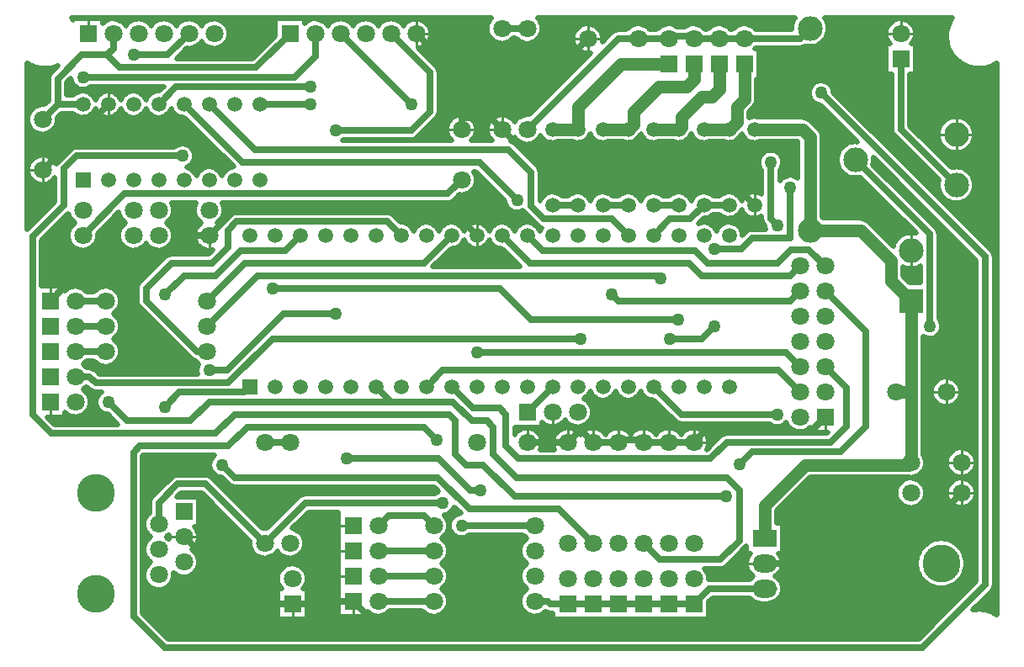
<source format=gtl>
%FSLAX23Y23*%
%MOIN*%
G70*
G01*
G75*
%ADD10C,0.020*%
%ADD11C,0.050*%
%ADD12C,0.025*%
%ADD13C,0.010*%
%ADD14R,0.071X0.071*%
%ADD15C,0.071*%
%ADD16C,0.059*%
%ADD17R,0.059X0.059*%
%ADD18C,0.098*%
%ADD19R,0.098X0.071*%
%ADD20O,0.098X0.071*%
%ADD21C,0.150*%
%ADD22R,0.098X0.098*%
%ADD23C,0.050*%
D10*
X8402Y6928D02*
X8394Y6922D01*
X8387Y6914D01*
X8381Y6906D01*
X8377Y6897D01*
X8375Y6887D01*
X8374Y6877D01*
X8375Y6867D01*
X8378Y6857D01*
X8382Y6848D01*
X8388Y6839D01*
X8396Y6832D01*
X8404Y6827D01*
X8413Y6822D01*
X8423Y6820D01*
X8433Y6819D01*
X8443Y6820D01*
X8453Y6823D01*
X8462Y6827D01*
X8470Y6833D01*
X8478Y6840D01*
X8483Y6849D01*
X8488Y6858D01*
X8490Y6868D01*
X8491Y6878D01*
X8402Y7028D02*
X8394Y7022D01*
X8387Y7015D01*
X8382Y7006D01*
X8378Y6997D01*
X8375Y6988D01*
X8374Y6978D01*
X8375Y6968D01*
X8378Y6958D01*
X8382Y6949D01*
X8387Y6941D01*
X8394Y6934D01*
X8402Y6928D01*
X8397Y7124D02*
X8389Y7117D01*
X8383Y7109D01*
X8378Y7100D01*
X8375Y7090D01*
X8374Y7080D01*
X8375Y7069D01*
X8377Y7059D01*
X8381Y7050D01*
X8387Y7041D01*
X8394Y7034D01*
X8402Y7028D01*
X8475Y7018D02*
X8469Y7023D01*
X8463Y7028D01*
X8469Y7032D01*
X8475Y7037D01*
X8408Y7188D02*
X8402Y7180D01*
X8398Y7172D01*
X8397Y7163D01*
X8408Y7188D02*
X8402Y7180D01*
X8398Y7172D01*
X8397Y7163D01*
X8491Y6878D02*
X8490Y6887D01*
X8475Y7037D02*
X8474Y7028D01*
X8475Y7018D01*
X8490Y6887D02*
X8498Y6881D01*
X8506Y6875D01*
X8515Y6872D01*
X8525Y6870D01*
X8535Y6869D01*
X8545Y6870D01*
X8554Y6873D01*
X8563Y6878D01*
X8571Y6884D01*
X8578Y6891D01*
X8584Y6899D01*
X8588Y6908D01*
X8590Y6918D01*
X8591Y6928D01*
X8590Y6938D01*
X8588Y6947D01*
X8584Y6956D01*
X8578Y6965D01*
X8571Y6972D01*
X8563Y6978D01*
X8571Y6984D01*
X8578Y6991D01*
X8584Y6999D01*
X8588Y7008D01*
X8590Y7018D01*
X8591Y7028D01*
X8590Y7037D01*
X8588Y7046D01*
X8585Y7054D01*
X8580Y7062D01*
X8574Y7069D01*
X8508Y7273D02*
X8498Y7272D01*
X8490Y7268D01*
X8483Y7263D01*
X8508Y7273D02*
X8498Y7272D01*
X8490Y7268D01*
X8483Y7263D01*
X8709Y7238D02*
X8716Y7232D01*
X8724Y7228D01*
X8734Y7227D01*
X8709Y7238D02*
X8716Y7232D01*
X8724Y7228D01*
X8734Y7227D01*
X8643Y7263D02*
X8635Y7268D01*
X8627Y7272D01*
X8618Y7273D01*
X8643Y7263D02*
X8635Y7268D01*
X8627Y7272D01*
X8618Y7273D01*
X8656Y7352D02*
X8649Y7346D01*
X8643Y7338D01*
X8638Y7329D01*
X8636Y7319D01*
X8636Y7309D01*
X8637Y7299D01*
X8641Y7290D01*
X8647Y7282D01*
X8654Y7275D01*
X8662Y7270D01*
X8672Y7266D01*
X8681Y7265D01*
X8061Y7521D02*
X8069Y7515D01*
X8077Y7510D01*
X8086Y7506D01*
X8096Y7505D01*
X8106Y7504D01*
X8116Y7506D01*
X8125Y7509D01*
X8134Y7513D01*
X8142Y7519D01*
X8148Y7526D01*
X8154Y7534D01*
X8158Y7543D01*
X8160Y7553D01*
X8161Y7563D01*
X8160Y7573D01*
X8158Y7582D01*
X8154Y7591D01*
X8148Y7600D01*
X8141Y7607D01*
X8133Y7613D01*
X8158Y7614D02*
X8165Y7608D01*
X8173Y7604D01*
X8183Y7603D01*
X8158Y7614D02*
X8165Y7608D01*
X8173Y7604D01*
X8183Y7603D01*
X8133Y7613D02*
X8140Y7618D01*
X8147Y7624D01*
X8149Y7698D02*
X8142Y7706D01*
X8133Y7713D01*
X8142Y7719D01*
X8149Y7727D01*
X8207Y7603D02*
X8199Y7597D01*
X8193Y7589D01*
X8188Y7580D01*
X8185Y7570D01*
X8185Y7560D01*
X8186Y7550D01*
X8190Y7541D01*
X8195Y7532D01*
X8202Y7525D01*
X8211Y7520D01*
X8220Y7516D01*
X8230Y7515D01*
X8184Y7688D02*
X8176Y7693D01*
X8168Y7697D01*
X8159Y7698D01*
X8184Y7688D02*
X8176Y7693D01*
X8168Y7697D01*
X8159Y7698D01*
X8176Y7727D02*
X8183Y7720D01*
X8190Y7714D01*
X8199Y7709D01*
X8208Y7706D01*
X8217Y7704D01*
X8227Y7704D01*
X8237Y7706D01*
X8246Y7709D01*
X8254Y7714D01*
X8262Y7719D01*
X8269Y7727D01*
X8274Y7735D01*
X8278Y7744D01*
X8280Y7753D01*
X8281Y7763D01*
X8149Y7998D02*
X8142Y8006D01*
X8135Y8012D01*
X8126Y8016D01*
X8116Y8020D01*
X8106Y8021D01*
X8096Y8021D01*
X8087Y8019D01*
X8077Y8015D01*
X8069Y8010D01*
X8061Y8004D01*
X8281Y7763D02*
X8280Y7773D01*
X8278Y7782D01*
X8274Y7791D01*
X8268Y7800D01*
X8261Y7807D01*
X8253Y7813D01*
X8261Y7819D01*
X8268Y7826D01*
X8274Y7834D01*
X8278Y7843D01*
X8280Y7853D01*
X8281Y7863D01*
Y7963D02*
X8280Y7972D01*
X8278Y7982D01*
X8274Y7991D01*
X8269Y7999D01*
X8262Y8006D01*
X8254Y8012D01*
X8246Y8016D01*
X8237Y8019D01*
X8227Y8021D01*
X8217Y8021D01*
X8208Y8019D01*
X8199Y8016D01*
X8190Y8011D01*
X8183Y8005D01*
X8176Y7998D01*
X8102Y8273D02*
X8094Y8267D01*
X8087Y8259D01*
X8081Y8251D01*
X8077Y8242D01*
X8075Y8232D01*
X8074Y8222D01*
X8075Y8212D01*
X8078Y8202D01*
X8082Y8193D01*
X8088Y8184D01*
X8096Y8177D01*
X8104Y8172D01*
X8113Y8167D01*
X8123Y8165D01*
X8133Y8164D01*
X8143Y8165D01*
X8153Y8168D01*
X8162Y8172D01*
X8170Y8178D01*
X8178Y8185D01*
X8183Y8194D01*
X8188Y8203D01*
X8190Y8213D01*
X8191Y8223D01*
X8281Y7863D02*
X8280Y7873D01*
X8278Y7882D01*
X8274Y7891D01*
X8268Y7900D01*
X8261Y7907D01*
X8253Y7913D01*
X8261Y7919D01*
X8268Y7926D01*
X8274Y7934D01*
X8278Y7943D01*
X8280Y7953D01*
X8281Y7963D01*
X8591Y7713D02*
X8587Y7704D01*
X8585Y7694D01*
X8585Y7684D01*
X8587Y7674D01*
X8558Y7738D02*
X8566Y7731D01*
X8576Y7728D01*
X8583Y7720D01*
X8591Y7713D01*
X8558Y7738D02*
X8566Y7731D01*
X8576Y7728D01*
X8347Y7963D02*
X8348Y7953D01*
X8352Y7945D01*
X8358Y7938D01*
X8347Y7963D02*
X8348Y7953D01*
X8352Y7945D01*
X8358Y7938D01*
Y8038D02*
X8352Y8030D01*
X8348Y8022D01*
X8347Y8013D01*
X8302Y8273D02*
X8294Y8267D01*
X8287Y8259D01*
X8281Y8251D01*
X8277Y8242D01*
X8275Y8232D01*
X8274Y8222D01*
X8275Y8212D01*
X8278Y8202D01*
X8282Y8193D01*
X8288Y8185D01*
X8295Y8178D01*
X8303Y8172D01*
X8312Y8168D01*
X8322Y8165D01*
X8332Y8164D01*
X8342Y8165D01*
X8352Y8167D01*
X8361Y8172D01*
X8369Y8177D01*
X8377Y8184D01*
X8383Y8192D01*
X8358Y8038D02*
X8352Y8030D01*
X8348Y8022D01*
X8347Y8013D01*
X8483Y8148D02*
X8473Y8147D01*
X8465Y8143D01*
X8458Y8138D01*
X8483Y8148D02*
X8473Y8147D01*
X8465Y8143D01*
X8458Y8138D01*
X8383Y8192D02*
X8389Y8184D01*
X8396Y8177D01*
X8404Y8171D01*
X8414Y8167D01*
X8423Y8165D01*
X8433Y8164D01*
X8443Y8165D01*
X8453Y8168D01*
X8462Y8172D01*
X8471Y8178D01*
X8478Y8185D01*
X8483Y8194D01*
X8488Y8203D01*
X8490Y8213D01*
X8491Y8223D01*
X8602Y8273D02*
X8594Y8267D01*
X8587Y8260D01*
X8582Y8252D01*
X8578Y8243D01*
X8575Y8233D01*
X8574Y8224D01*
X8575Y8214D01*
X8577Y8204D01*
X8581Y8195D01*
X8586Y8187D01*
X8593Y8180D01*
X8601Y8174D01*
X8609Y8169D01*
X8619Y8166D01*
X8628Y8164D01*
X8638Y8164D01*
X8648Y8166D01*
X8795Y7010D02*
X8794Y7000D01*
X8795Y6991D01*
X8798Y6981D01*
X8803Y6972D01*
X8809Y6964D01*
X8816Y6957D01*
X8824Y6952D01*
X8833Y6947D01*
X8843Y6945D01*
X8853Y6944D01*
X8863Y6945D01*
X8872Y6948D01*
X8881Y6952D01*
X8890Y6957D01*
X8897Y6964D01*
X8903Y6972D01*
X9004Y6821D02*
X9010Y6828D01*
X9015Y6836D01*
X9018Y6844D01*
X9020Y6853D01*
X9021Y6863D01*
X9020Y6873D01*
X9018Y6882D01*
X9014Y6891D01*
X9008Y6900D01*
X9001Y6907D01*
X8993Y6913D01*
X8984Y6917D01*
X8974Y6920D01*
X8965Y6921D01*
X8955Y6921D01*
X8945Y6918D01*
X8936Y6915D01*
X8927Y6909D01*
X8920Y6902D01*
X8914Y6895D01*
X8909Y6886D01*
X8906Y6876D01*
X8904Y6866D01*
X8904Y6857D01*
X8906Y6847D01*
X8910Y6837D01*
X8915Y6829D01*
X8921Y6821D01*
X8903Y6972D02*
X8909Y6964D01*
X8916Y6957D01*
X8924Y6951D01*
X8934Y6947D01*
X8943Y6945D01*
X8953Y6944D01*
X8963Y6945D01*
X8973Y6948D01*
X8982Y6952D01*
X8991Y6958D01*
X8998Y6965D01*
X9003Y6974D01*
X9008Y6983D01*
X9010Y6993D01*
X9011Y7003D01*
X9261Y6731D02*
X9269Y6725D01*
X9277Y6720D01*
X9287Y6716D01*
X9296Y6714D01*
X9306Y6714D01*
X9316Y6716D01*
X9326Y6719D01*
X9335Y6724D01*
X9342Y6730D01*
X9349Y6737D01*
X9476D02*
X9483Y6730D01*
X9490Y6724D01*
X9499Y6719D01*
X9508Y6716D01*
X9517Y6714D01*
X9527Y6714D01*
X9537Y6716D01*
X9546Y6719D01*
X9554Y6724D01*
X9562Y6729D01*
X9569Y6737D01*
X9574Y6745D01*
X9578Y6754D01*
X9580Y6763D01*
X9581Y6773D01*
X9892Y6823D02*
X9884Y6817D01*
X9877Y6810D01*
X9872Y6801D01*
X9868Y6792D01*
X9865Y6783D01*
X9864Y6773D01*
X9865Y6763D01*
X9867Y6753D01*
X9871Y6744D01*
X9877Y6736D01*
X9884Y6729D01*
X9892Y6723D01*
X9901Y6718D01*
X9910Y6716D01*
X9920Y6714D01*
X9930Y6715D01*
X9940Y6717D01*
X9949Y6720D01*
X9957Y6725D01*
X9965Y6732D01*
X9581Y6773D02*
X9580Y6783D01*
X9578Y6792D01*
X9574Y6801D01*
X9568Y6810D01*
X9561Y6817D01*
X9553Y6823D01*
X9561Y6829D01*
X9568Y6836D01*
X9574Y6844D01*
X9578Y6853D01*
X9580Y6863D01*
X9581Y6873D01*
X9580Y6883D01*
X9578Y6892D01*
X9574Y6901D01*
X9568Y6910D01*
X9561Y6917D01*
X9553Y6923D01*
X9561Y6929D01*
X9568Y6936D01*
X9574Y6944D01*
X9578Y6953D01*
X9580Y6963D01*
X9581Y6973D01*
X9580Y6983D01*
X9578Y6992D01*
X9574Y7001D01*
X9568Y7010D01*
X9561Y7017D01*
X9553Y7023D01*
X9892Y6923D02*
X9884Y6917D01*
X9877Y6910D01*
X9872Y6901D01*
X9868Y6892D01*
X9865Y6883D01*
X9864Y6873D01*
X9865Y6863D01*
X9868Y6853D01*
X9872Y6844D01*
X9877Y6836D01*
X9884Y6829D01*
X9892Y6823D01*
Y7023D02*
X9884Y7017D01*
X9877Y7010D01*
X9872Y7001D01*
X9868Y6992D01*
X9865Y6983D01*
X9864Y6973D01*
X9865Y6963D01*
X9868Y6953D01*
X9872Y6944D01*
X9877Y6936D01*
X9884Y6929D01*
X9892Y6923D01*
X8860Y7061D02*
X8853Y7061D01*
X8845Y7061D01*
X9011Y7003D02*
X9010Y7013D01*
X9007Y7023D01*
X9003Y7033D01*
X8997Y7041D01*
X8989Y7048D01*
X8981Y7054D01*
X8971Y7058D01*
X8961Y7061D01*
X9013Y7198D02*
X9003Y7197D01*
X8995Y7193D01*
X8988Y7188D01*
X9013Y7198D02*
X9003Y7197D01*
X8995Y7193D01*
X8988Y7188D01*
X9553Y7023D02*
X9561Y7029D01*
X9568Y7036D01*
X9574Y7044D01*
X9578Y7053D01*
X9580Y7063D01*
X9581Y7073D01*
X9580Y7082D01*
X9578Y7091D01*
X9574Y7100D01*
X9569Y7108D01*
X9563Y7115D01*
X9542Y7208D02*
X9533Y7204D01*
X9525Y7198D01*
X9563Y7115D02*
X9574Y7117D01*
X9583Y7122D01*
X9592Y7129D01*
X9598Y7137D01*
X9603Y7147D01*
X9630Y7121D02*
X9620Y7119D01*
X9610Y7115D01*
X9602Y7109D01*
X9595Y7102D01*
X9589Y7093D01*
X9586Y7084D01*
X9585Y7074D01*
X9585Y7064D01*
X9588Y7054D01*
X9593Y7045D01*
X9600Y7037D01*
X9608Y7031D01*
X9617Y7027D01*
X9627Y7025D01*
X9638Y7025D01*
X9647Y7027D01*
X9657Y7031D01*
X9665Y7037D01*
X9590Y8170D02*
X9600Y8171D01*
X9610Y8173D01*
X9619Y8177D01*
X9627Y8183D01*
X9633Y8190D01*
X9639Y8198D01*
X9643Y8207D01*
X9647Y8197D01*
X9652Y8189D01*
X9660Y8182D01*
X9668Y8176D01*
X9678Y8172D01*
X9688Y8170D01*
X9698D01*
X9708Y8172D01*
X9717Y8176D01*
X9726Y8182D01*
X9733Y8189D01*
X9739Y8197D01*
X9743Y8207D01*
X9951Y7403D02*
X9950Y7413D01*
X9948Y7422D01*
X9944Y7432D01*
X9938Y7440D01*
X9931Y7447D01*
X9923Y7453D01*
X9914Y7457D01*
X9904Y7460D01*
X9894Y7461D01*
X9884Y7460D01*
X9874Y7458D01*
X9865Y7454D01*
X9857Y7449D01*
X9849Y7442D01*
X9843Y7434D01*
X8027Y8505D02*
X8022Y8514D01*
X8016Y8522D01*
X8009Y8529D01*
X8000Y8534D01*
X7991Y8538D01*
X7981Y8541D01*
X7971Y8541D01*
X7961Y8540D01*
X7952Y8537D01*
X7943Y8533D01*
X7934Y8527D01*
X7927Y8520D01*
X7922Y8511D01*
X7918Y8502D01*
X7915Y8493D01*
X7914Y8483D01*
X7915Y8473D01*
X7918Y8463D01*
X7922Y8454D01*
X7927Y8445D01*
X7934Y8438D01*
X7943Y8432D01*
X7952Y8428D01*
X7961Y8425D01*
X7971Y8424D01*
X7981Y8425D01*
X7991Y8427D01*
X8000Y8431D01*
X8009Y8437D01*
X8016Y8443D01*
X8022Y8451D01*
X8075Y8310D02*
X8078Y8301D01*
X8082Y8293D01*
X8088Y8285D01*
X8095Y8278D01*
X8102Y8273D01*
X8033Y8513D02*
X8027Y8505D01*
X8033Y8513D02*
X8027Y8505D01*
X8031Y8683D02*
X8031Y8690D01*
X8108Y8573D02*
X8098Y8572D01*
X8090Y8568D01*
X8083Y8563D01*
X8108Y8573D02*
X8098Y8572D01*
X8090Y8568D01*
X8083Y8563D01*
X8191Y8223D02*
X8191Y8230D01*
X8491Y8223D02*
X8490Y8233D01*
X8488Y8242D01*
X8484Y8251D01*
X8478Y8260D01*
X8471Y8267D01*
X8463Y8273D01*
X8275Y8315D02*
X8277Y8304D01*
X8281Y8295D01*
X8287Y8286D01*
X8294Y8279D01*
X8302Y8273D01*
X8463D02*
X8471Y8279D01*
X8478Y8286D01*
X8484Y8294D01*
X8488Y8303D01*
X8490Y8313D01*
X8491Y8323D01*
X8490Y8333D01*
X8488Y8343D01*
X8483Y8352D01*
X8677Y8261D02*
X8670Y8267D01*
X8663Y8273D01*
X8683Y8269D02*
X8677Y8261D01*
X8683Y8269D02*
X8677Y8261D01*
X8582Y8352D02*
X8578Y8343D01*
X8575Y8333D01*
X8574Y8323D01*
X8575Y8313D01*
X8577Y8303D01*
X8581Y8294D01*
X8587Y8286D01*
X8594Y8279D01*
X8602Y8273D01*
X8663D02*
X8671Y8279D01*
X8678Y8286D01*
X8684Y8294D01*
X8688Y8303D01*
X8690Y8313D01*
X8691Y8323D01*
X8690Y8333D01*
X8688Y8343D01*
X8683Y8352D01*
X8583Y8459D02*
X8578Y8468D01*
X8572Y8477D01*
X8565Y8484D01*
X8556Y8490D01*
X8546Y8493D01*
X8554Y8498D01*
X8562Y8504D01*
X8568Y8511D01*
X8572Y8519D01*
X8575Y8528D01*
X8576Y8538D01*
X8683Y8459D02*
X8679Y8468D01*
X8673Y8476D01*
X8666Y8484D01*
X8657Y8489D01*
X8648Y8493D01*
X8638Y8495D01*
X8628D01*
X8618Y8493D01*
X8608Y8489D01*
X8600Y8484D01*
X8592Y8476D01*
X8587Y8468D01*
X8583Y8459D01*
X8576Y8538D02*
X8575Y8548D01*
X8571Y8557D01*
X8566Y8566D01*
X8560Y8573D01*
X8552Y8579D01*
X8542Y8583D01*
X8532Y8585D01*
X8522Y8585D01*
X8513Y8583D01*
X8503Y8579D01*
X8495Y8573D01*
X7980Y8741D02*
X7970Y8741D01*
X7960Y8740D01*
X7951Y8737D01*
X7942Y8732D01*
X7934Y8726D01*
X7927Y8719D01*
X7921Y8710D01*
X7917Y8701D01*
X7915Y8691D01*
X7914Y8681D01*
X7915Y8671D01*
X7918Y8661D01*
X7923Y8652D01*
X7929Y8644D01*
X7936Y8637D01*
X7944Y8631D01*
X7954Y8627D01*
X7963Y8625D01*
X7973Y8624D01*
X7983Y8625D01*
X7993Y8628D01*
X8002Y8632D01*
X8011Y8638D01*
X8018Y8645D01*
X8023Y8654D01*
X8028Y8663D01*
X8030Y8673D01*
X8031Y8683D01*
X8094Y8707D02*
X8101Y8700D01*
X8110Y8695D01*
X8119Y8692D01*
X8129Y8690D01*
X8139Y8691D01*
X8149Y8693D01*
X8158Y8697D01*
X8166Y8702D01*
X8173Y8709D01*
X8179Y8717D01*
X8183Y8727D01*
X8187Y8717D01*
X8192Y8709D01*
X8200Y8702D01*
X8208Y8696D01*
X8218Y8692D01*
X8228Y8690D01*
X8238D01*
X8248Y8692D01*
X8257Y8696D01*
X8266Y8702D01*
X8273Y8709D01*
X8279Y8717D01*
X8283Y8727D01*
X8183Y8759D02*
X8179Y8768D01*
X8173Y8776D01*
X8166Y8783D01*
X8158Y8789D01*
X8149Y8793D01*
X8139Y8795D01*
X8129Y8795D01*
X8119Y8793D01*
X8110Y8790D01*
X8101Y8785D01*
X8094Y8778D01*
X8283Y8759D02*
X8279Y8768D01*
X8273Y8776D01*
X8266Y8784D01*
X8257Y8789D01*
X8248Y8793D01*
X8238Y8795D01*
X8228D01*
X8218Y8793D01*
X8208Y8789D01*
X8200Y8784D01*
X8192Y8776D01*
X8187Y8768D01*
X8183Y8759D01*
X8008Y8868D02*
X8002Y8860D01*
X7998Y8852D01*
X7997Y8843D01*
X8008Y8868D02*
X8002Y8860D01*
X7998Y8852D01*
X7997Y8843D01*
X7911Y8907D02*
X7919Y8901D01*
X7928Y8897D01*
X7938Y8893D01*
X7947Y8890D01*
X7957Y8887D01*
X7967Y8886D01*
X7977Y8885D01*
X7987Y8885D01*
X7997Y8885D01*
X8007Y8887D01*
X8017Y8889D01*
X8027Y8893D01*
X8036Y8896D01*
X8094Y9076D02*
X8088Y9085D01*
X8085Y8845D02*
X8087Y8835D01*
X8091Y8826D01*
X8096Y8819D01*
X8103Y8812D01*
X8111Y8807D01*
X8120Y8803D01*
X8130Y8802D01*
X8139Y8802D01*
X8149Y8804D01*
X8157Y8808D01*
X8165Y8814D01*
X8303Y9053D02*
X8297Y9061D01*
X8290Y9068D01*
X8282Y9073D01*
X8274Y9077D01*
X8264Y9080D01*
X8255Y9081D01*
X8245Y9081D01*
X8236Y9079D01*
X8227Y9075D01*
X8218Y9070D01*
X8211Y9064D01*
X8283Y8727D02*
X8287Y8717D01*
X8292Y8709D01*
X8300Y8702D01*
X8308Y8696D01*
X8318Y8692D01*
X8328Y8690D01*
X8338D01*
X8348Y8692D01*
X8357Y8696D01*
X8366Y8702D01*
X8373Y8709D01*
X8379Y8717D01*
X8383Y8727D01*
Y8759D02*
X8379Y8768D01*
X8373Y8776D01*
X8366Y8784D01*
X8357Y8789D01*
X8348Y8793D01*
X8338Y8795D01*
X8328D01*
X8318Y8793D01*
X8308Y8789D01*
X8300Y8784D01*
X8292Y8776D01*
X8287Y8768D01*
X8283Y8759D01*
X8435Y8795D02*
X8425Y8795D01*
X8416Y8792D01*
X8407Y8788D01*
X8399Y8783D01*
X8392Y8776D01*
X8386Y8768D01*
X8383Y8759D01*
Y8727D02*
X8387Y8717D01*
X8392Y8709D01*
X8400Y8702D01*
X8408Y8696D01*
X8418Y8692D01*
X8428Y8690D01*
X8438D01*
X8448Y8692D01*
X8457Y8696D01*
X8466Y8702D01*
X8473Y8709D01*
X8479Y8717D01*
X8483Y8727D01*
X8486Y8718D01*
X8492Y8710D01*
X8499Y8703D01*
X8507Y8697D01*
X8516Y8693D01*
X8525Y8691D01*
X8535Y8690D01*
X8403Y9053D02*
X8397Y9061D01*
X8390Y9068D01*
X8381Y9074D01*
X8372Y9078D01*
X8363Y9080D01*
X8353Y9081D01*
X8343Y9080D01*
X8333Y9078D01*
X8324Y9074D01*
X8316Y9068D01*
X8309Y9061D01*
X8303Y9053D01*
X8503D02*
X8497Y9061D01*
X8490Y9068D01*
X8481Y9074D01*
X8472Y9078D01*
X8463Y9080D01*
X8453Y9081D01*
X8443Y9080D01*
X8433Y9078D01*
X8424Y9074D01*
X8416Y9068D01*
X8409Y9061D01*
X8403Y9053D01*
X8603D02*
X8597Y9061D01*
X8590Y9068D01*
X8581Y9074D01*
X8572Y9078D01*
X8563Y9080D01*
X8553Y9081D01*
X8543Y9080D01*
X8533Y9078D01*
X8524Y9074D01*
X8516Y9068D01*
X8509Y9061D01*
X8503Y9053D01*
X8545Y8965D02*
X8554Y8964D01*
X8564Y8965D01*
X8573Y8968D01*
X8582Y8972D01*
X8590Y8978D01*
X8597Y8984D01*
X8603Y8992D01*
X8742Y8313D02*
X8732Y8312D01*
X8724Y8308D01*
X8717Y8303D01*
X8742Y8313D02*
X8732Y8312D01*
X8724Y8308D01*
X8717Y8303D01*
X9363D02*
X9355Y8308D01*
X9347Y8312D01*
X9338Y8313D01*
X9363Y8303D02*
X9355Y8308D01*
X9347Y8312D01*
X9338Y8313D01*
X9443Y8239D02*
X9439Y8248D01*
X9433Y8256D01*
X9427Y8263D01*
X9419Y8268D01*
X9410Y8272D01*
X9400Y8275D01*
X9390Y8275D01*
X8730Y8495D02*
X8720Y8493D01*
X8710Y8490D01*
X8701Y8484D01*
X8693Y8477D01*
X8687Y8468D01*
X8683Y8459D01*
X9160Y8598D02*
X9165Y8602D01*
X9543Y8239D02*
X9539Y8248D01*
X9533Y8256D01*
X9526Y8264D01*
X9517Y8269D01*
X9508Y8273D01*
X9498Y8275D01*
X9488D01*
X9478Y8273D01*
X9468Y8269D01*
X9460Y8264D01*
X9452Y8256D01*
X9447Y8248D01*
X9443Y8239D01*
X9643D02*
X9639Y8248D01*
X9633Y8256D01*
X9626Y8264D01*
X9617Y8269D01*
X9608Y8273D01*
X9598Y8275D01*
X9588D01*
X9578Y8273D01*
X9568Y8269D01*
X9560Y8264D01*
X9552Y8256D01*
X9547Y8248D01*
X9543Y8239D01*
X9743D02*
X9739Y8248D01*
X9733Y8256D01*
X9726Y8264D01*
X9717Y8269D01*
X9708Y8273D01*
X9698Y8275D01*
X9688D01*
X9678Y8273D01*
X9668Y8269D01*
X9660Y8264D01*
X9652Y8256D01*
X9647Y8248D01*
X9643Y8239D01*
X9743Y8207D02*
X9746Y8198D01*
X9752Y8190D01*
X9759Y8183D01*
X9767Y8177D01*
X9776Y8173D01*
X9785Y8171D01*
X9795Y8170D01*
X9843Y8239D02*
X9839Y8248D01*
X9833Y8256D01*
X9826Y8264D01*
X9817Y8269D01*
X9808Y8273D01*
X9798Y8275D01*
X9788D01*
X9778Y8273D01*
X9768Y8269D01*
X9760Y8264D01*
X9752Y8256D01*
X9747Y8248D01*
X9743Y8239D01*
X9943D02*
X9939Y8248D01*
X9933Y8256D01*
X9926Y8264D01*
X9917Y8269D01*
X9908Y8273D01*
X9898Y8275D01*
X9888D01*
X9878Y8273D01*
X9868Y8269D01*
X9860Y8264D01*
X9852Y8256D01*
X9847Y8248D01*
X9843Y8239D01*
X9578Y8352D02*
X9587Y8353D01*
X9595Y8357D01*
X9603Y8363D01*
X9578Y8352D02*
X9587Y8353D01*
X9595Y8357D01*
X9603Y8363D01*
X9625Y8385D02*
X9635Y8384D01*
X9645Y8385D01*
X9654Y8388D01*
X9663Y8393D01*
X9671Y8399D01*
X9678Y8406D01*
X9684Y8414D01*
X9688Y8423D01*
X9690Y8433D01*
X9691Y8443D01*
X9433Y8602D02*
X9442Y8603D01*
X9450Y8607D01*
X9458Y8613D01*
X9433Y8602D02*
X9442Y8603D01*
X9450Y8607D01*
X9458Y8613D01*
X9691Y8443D02*
X9690Y8452D01*
X9688Y8461D01*
X9685Y8469D01*
X9680Y8477D01*
X9805Y8360D02*
X9806Y8351D01*
X9810Y8342D01*
X9815Y8333D01*
X9821Y8326D01*
X9829Y8321D01*
X9838Y8317D01*
X9848Y8315D01*
X9858Y8315D01*
X9867Y8317D01*
X9876Y8321D01*
X9844Y8588D02*
X9837Y8593D01*
X9829Y8597D01*
X9844Y8588D02*
X9837Y8593D01*
X9829Y8597D01*
X9836Y8604D01*
X9843Y8612D01*
X9848Y8604D01*
X9855Y8598D01*
X9863Y8592D01*
X9872Y8588D01*
X9882Y8585D01*
X9891Y8584D01*
X9901Y8585D01*
X9911Y8587D01*
X9920Y8591D01*
X9928Y8596D01*
X9935Y8602D01*
X9941Y8610D01*
X9946Y8619D01*
X8603Y8992D02*
X8609Y8984D01*
X8616Y8977D01*
X8624Y8971D01*
X8634Y8967D01*
X8643Y8965D01*
X8653Y8964D01*
X8663Y8965D01*
X8673Y8968D01*
X8682Y8972D01*
X8691Y8978D01*
X8698Y8985D01*
X8703Y8994D01*
X8708Y9003D01*
X8710Y9013D01*
X8711Y9023D01*
Y9023D02*
X8710Y9033D01*
X8708Y9042D01*
X8703Y9052D01*
X8698Y9060D01*
X8691Y9067D01*
X8682Y9073D01*
X8673Y9077D01*
X8663Y9080D01*
X8653Y9081D01*
X8643Y9080D01*
X8634Y9078D01*
X8624Y9074D01*
X8616Y9068D01*
X8609Y9061D01*
X8603Y9053D01*
X9461Y8965D02*
X9471Y8967D01*
X9481Y8971D01*
X9489Y8977D01*
X9497Y8984D01*
X9503Y8993D01*
X9507Y9002D01*
X9510Y9012D01*
X9511Y9023D01*
X9103Y9053D02*
X9097Y9061D01*
X9090Y9068D01*
X9082Y9073D01*
X9074Y9077D01*
X9064Y9080D01*
X9055Y9081D01*
X9045Y9081D01*
X9036Y9079D01*
X9027Y9075D01*
X9018Y9070D01*
X9011Y9064D01*
X9511Y9023D02*
X9510Y9033D01*
X9508Y9042D01*
X9503Y9052D01*
X9498Y9060D01*
X9491Y9067D01*
X9482Y9073D01*
X9473Y9077D01*
X9463Y9080D01*
X9453Y9081D01*
X9443Y9080D01*
X9434Y9078D01*
X9424Y9074D01*
X9416Y9068D01*
X9409Y9061D01*
X9403Y9053D01*
X9203D02*
X9197Y9061D01*
X9190Y9068D01*
X9181Y9074D01*
X9172Y9078D01*
X9163Y9080D01*
X9153Y9081D01*
X9143Y9080D01*
X9133Y9078D01*
X9124Y9074D01*
X9116Y9068D01*
X9109Y9061D01*
X9103Y9053D01*
X9303D02*
X9297Y9061D01*
X9290Y9068D01*
X9281Y9074D01*
X9272Y9078D01*
X9263Y9080D01*
X9253Y9081D01*
X9243Y9080D01*
X9233Y9078D01*
X9224Y9074D01*
X9216Y9068D01*
X9209Y9061D01*
X9203Y9053D01*
X9403D02*
X9397Y9061D01*
X9390Y9068D01*
X9381Y9074D01*
X9372Y9078D01*
X9363Y9080D01*
X9353Y9081D01*
X9343Y9080D01*
X9333Y9078D01*
X9324Y9074D01*
X9316Y9068D01*
X9309Y9061D01*
X9303Y9053D01*
X9533Y8688D02*
X9538Y8695D01*
X9542Y8703D01*
X9543Y8713D01*
X9533Y8688D02*
X9538Y8695D01*
X9542Y8703D01*
X9543Y8713D01*
X9691Y8643D02*
X9690Y8653D01*
X9688Y8663D01*
X9683Y8672D01*
X9677Y8680D01*
X9670Y8687D01*
X9662Y8693D01*
X9653Y8698D01*
X9643Y8700D01*
X9633Y8701D01*
X9623Y8700D01*
X9613Y8698D01*
X9604Y8693D01*
X9595Y8688D01*
X9588Y8680D01*
X9582Y8672D01*
X9578Y8663D01*
X9575Y8653D01*
X9574Y8643D01*
X9575Y8633D01*
X9578Y8623D01*
X9582Y8614D01*
X9588Y8605D01*
X9595Y8598D01*
X9671D02*
X9678Y8605D01*
X9683Y8614D01*
X9688Y8623D01*
X9690Y8633D01*
X9691Y8643D01*
X9843Y8673D02*
X9837Y8681D01*
X9829Y8688D01*
X9821Y8694D01*
X9812Y8698D01*
X9802Y8700D01*
X9792Y8701D01*
X9782Y8700D01*
X9772Y8697D01*
X9763Y8693D01*
X9755Y8687D01*
X9748Y8680D01*
X9742Y8672D01*
X9738Y8663D01*
X9735Y8653D01*
X9734Y8643D01*
X9735Y8633D01*
X9738Y8623D01*
X9742Y8614D01*
X9748Y8605D01*
X9755Y8598D01*
X9900Y8701D02*
X9891Y8701D01*
X9881Y8700D01*
X9872Y8697D01*
X9863Y8693D01*
X9855Y8688D01*
X9848Y8681D01*
X9843Y8673D01*
X9543Y8868D02*
X9542Y8877D01*
X9538Y8885D01*
X9533Y8893D01*
X9543Y8868D02*
X9542Y8877D01*
X9538Y8885D01*
X9533Y8893D01*
X9752Y9085D02*
X9745Y9077D01*
X9740Y9068D01*
X9736Y9059D01*
X9734Y9049D01*
X9734Y9039D01*
X9736Y9029D01*
X9739Y9019D01*
X9744Y9010D01*
X9750Y9002D01*
X9758Y8996D01*
X9766Y8990D01*
X9776Y8987D01*
X9786Y8985D01*
X9796Y8984D01*
X9806Y8986D01*
X9815Y8989D01*
X9824Y8993D01*
X9832Y9000D01*
X9839Y9007D01*
X9846D02*
X9853Y9000D01*
X9860Y8994D01*
X9869Y8989D01*
X9878Y8986D01*
X9887Y8984D01*
X9897Y8984D01*
X9907Y8986D01*
X9916Y8989D01*
X9924Y8994D01*
X9932Y8999D01*
X9939Y9007D01*
X9944Y9015D01*
X9948Y9024D01*
X9950Y9033D01*
X9951Y9043D01*
X9965Y6732D02*
X9973Y6728D01*
X9983Y6727D01*
X9876Y7037D02*
X9884Y7029D01*
X9892Y7023D01*
X9965Y6732D02*
X9973Y6728D01*
X9983Y6727D01*
X10611Y6863D02*
X10610Y6873D01*
X10607Y6884D01*
X10602Y6894D01*
X10596Y6902D01*
X10611Y6858D02*
X10611Y6863D01*
X10773Y6787D02*
X10780Y6779D01*
X10788Y6773D01*
X10798Y6768D01*
X10808Y6765D01*
X10819Y6764D01*
X10846D02*
X10856Y6765D01*
X10866Y6768D01*
X10875Y6772D01*
X10884Y6778D01*
X10891Y6785D01*
X10897Y6793D01*
X10901Y6803D01*
X10904Y6812D01*
X10905Y6823D01*
X10904Y6833D01*
X10901Y6842D01*
X10897Y6851D01*
X10891Y6860D01*
X10885Y6867D01*
X10876Y6873D01*
X10658Y6902D02*
X10667Y6903D01*
X10675Y6907D01*
X10683Y6913D01*
X10658Y6902D02*
X10667Y6903D01*
X10675Y6907D01*
X10683Y6913D01*
X10758Y6988D02*
X10761Y6991D01*
X10758Y6988D02*
X10761Y6991D01*
X10789Y6873D02*
X10780Y6866D01*
X10773Y6858D01*
X10778Y6964D02*
X10772Y6957D01*
X10767Y6949D01*
X10763Y6940D01*
X10761Y6930D01*
X10761Y6921D01*
X10762Y6911D01*
X10764Y6902D01*
X10769Y6893D01*
X10774Y6885D01*
X10781Y6878D01*
X10789Y6873D01*
X10876D02*
X10885Y6879D01*
X10891Y6886D01*
X10897Y6894D01*
X10901Y6903D01*
X10904Y6913D01*
X10905Y6923D01*
X10904Y6932D01*
X10902Y6941D01*
X10898Y6949D01*
X10893Y6957D01*
X10887Y6964D01*
X9943Y7373D02*
X9948Y7382D01*
X9950Y7392D01*
X9951Y7403D01*
X10103Y7433D02*
X10097Y7441D01*
X10089Y7448D01*
X10081Y7454D01*
X10072Y7458D01*
X10062Y7460D01*
X10052Y7461D01*
X10042Y7460D01*
X10032Y7457D01*
X10023Y7453D01*
X10014Y7447D01*
X10007Y7440D01*
X10002Y7431D01*
X9997Y7422D01*
X9995Y7412D01*
X9994Y7402D01*
X9995Y7392D01*
X9998Y7382D01*
X10002Y7373D01*
X10203Y7433D02*
X10197Y7441D01*
X10190Y7448D01*
X10181Y7454D01*
X10172Y7458D01*
X10163Y7460D01*
X10153Y7461D01*
X10143Y7460D01*
X10133Y7458D01*
X10124Y7454D01*
X10116Y7448D01*
X10109Y7441D01*
X10103Y7433D01*
X10303D02*
X10297Y7441D01*
X10290Y7448D01*
X10281Y7454D01*
X10272Y7458D01*
X10263Y7460D01*
X10253Y7461D01*
X10243Y7460D01*
X10233Y7458D01*
X10224Y7454D01*
X10216Y7448D01*
X10209Y7441D01*
X10203Y7433D01*
X10403D02*
X10397Y7441D01*
X10390Y7448D01*
X10381Y7454D01*
X10372Y7458D01*
X10363Y7460D01*
X10353Y7461D01*
X10343Y7460D01*
X10333Y7458D01*
X10324Y7454D01*
X10316Y7448D01*
X10309Y7441D01*
X10303Y7433D01*
X10503D02*
X10497Y7441D01*
X10490Y7448D01*
X10481Y7454D01*
X10472Y7458D01*
X10463Y7460D01*
X10453Y7461D01*
X10443Y7460D01*
X10433Y7458D01*
X10424Y7454D01*
X10416Y7448D01*
X10409Y7441D01*
X10403Y7433D01*
X9951Y7481D02*
X9958Y7475D01*
X9967Y7470D01*
X9976Y7467D01*
X9985Y7465D01*
X9995Y7464D01*
X10004Y7465D01*
X10014Y7468D01*
X10022Y7472D01*
X10030Y7478D01*
X10037Y7484D01*
X10043Y7492D01*
X10049Y7484D01*
X10056Y7477D01*
X10064Y7471D01*
X10074Y7467D01*
X10083Y7465D01*
X10093Y7464D01*
X10103Y7465D01*
X10113Y7468D01*
X10122Y7472D01*
X10131Y7478D01*
X10138Y7485D01*
X10143Y7494D01*
X10148Y7503D01*
X10150Y7513D01*
X10151Y7523D01*
X10117Y7576D02*
X10125Y7582D01*
X10133Y7589D01*
X10139Y7597D01*
X10143Y7607D01*
X10151Y7523D02*
X10150Y7532D01*
X10148Y7541D01*
X10144Y7550D01*
X10139Y7558D01*
X10133Y7565D01*
X10125Y7571D01*
X10117Y7576D01*
X10143Y7607D02*
X10147Y7597D01*
X10152Y7589D01*
X10160Y7582D01*
X10168Y7576D01*
X10178Y7572D01*
X10188Y7570D01*
X10198D01*
X10208Y7572D01*
X10217Y7576D01*
X10226Y7582D01*
X10233Y7589D01*
X10239Y7597D01*
X10243Y7607D01*
X10247Y7597D01*
X10252Y7589D01*
X10260Y7582D01*
X10268Y7576D01*
X10278Y7572D01*
X10288Y7570D01*
X10298D01*
X10308Y7572D01*
X10317Y7576D01*
X10326Y7582D01*
X10333Y7589D01*
X10339Y7597D01*
X10343Y7607D01*
X10346Y7598D01*
X10352Y7590D01*
X10359Y7583D01*
X10367Y7577D01*
X10376Y7573D01*
X10385Y7571D01*
X10395Y7570D01*
X10603Y7374D02*
X10608Y7383D01*
X10610Y7393D01*
X10611Y7403D01*
X10683Y7438D02*
X10673Y7437D01*
X10665Y7433D01*
X10658Y7428D01*
X10683Y7438D02*
X10673Y7437D01*
X10665Y7433D01*
X10658Y7428D01*
X10611Y7403D02*
X10610Y7413D01*
X10608Y7422D01*
X10603Y7432D01*
X10598Y7440D01*
X10591Y7447D01*
X10582Y7453D01*
X10573Y7457D01*
X10563Y7460D01*
X10553Y7461D01*
X10543Y7460D01*
X10534Y7458D01*
X10524Y7454D01*
X10516Y7448D01*
X10509Y7441D01*
X10503Y7433D01*
X10478Y7488D02*
X10485Y7482D01*
X10493Y7478D01*
X10503Y7477D01*
X10478Y7488D02*
X10485Y7482D01*
X10493Y7478D01*
X10503Y7477D01*
X10850D02*
X10858Y7471D01*
X10866Y7467D01*
X10876Y7465D01*
X10885Y7465D01*
X10894Y7466D01*
X10903Y7469D01*
X10911Y7474D01*
X10918Y7481D01*
X10745Y8223D02*
X10744Y8233D01*
X10741Y8243D01*
X10737Y8251D01*
X10730Y8259D01*
X10723Y8265D01*
X10715Y8270D01*
X10705Y8274D01*
X10695Y8275D01*
X10686Y8275D01*
X10676Y8272D01*
X10667Y8268D01*
X10659Y8263D01*
X10652Y8256D01*
X10646Y8248D01*
X10643Y8239D01*
X10918Y7481D02*
X10923Y7472D01*
X10928Y7464D01*
X10935Y7458D01*
X10943Y7452D01*
X10952Y7448D01*
X10961Y7445D01*
X10971Y7444D01*
X10980Y7445D01*
X10990Y7447D01*
X10999Y7450D01*
X11007Y7455D01*
X11014Y7461D01*
X11631Y6923D02*
X11630Y6933D01*
X11629Y6942D01*
X11626Y6952D01*
X11623Y6961D01*
X11618Y6970D01*
X11613Y6979D01*
X11607Y6986D01*
X11600Y6994D01*
X11593Y7000D01*
X11584Y7006D01*
X11576Y7011D01*
X11567Y7015D01*
X11557Y7018D01*
X11547Y7020D01*
X11538Y7021D01*
X11528D01*
X11518Y7020D01*
X11508Y7018D01*
X11499Y7015D01*
X11489Y7011D01*
X11481Y7006D01*
X11473Y7000D01*
X11465Y6994D01*
X11458Y6986D01*
X11452Y6979D01*
X11447Y6970D01*
X11443Y6961D01*
X11439Y6952D01*
X11437Y6942D01*
X11435Y6933D01*
X11435Y6923D01*
X11435Y6913D01*
X11437Y6903D01*
X11439Y6893D01*
X11443Y6884D01*
X11447Y6875D01*
X11452Y6867D01*
X11458Y6859D01*
X11465Y6852D01*
X11473Y6845D01*
X11481Y6839D01*
X11489Y6835D01*
X11499Y6831D01*
X11508Y6828D01*
X11518Y6826D01*
X11528Y6825D01*
X11538D01*
X11547Y6826D01*
X11557Y6828D01*
X11567Y6831D01*
X11576Y6835D01*
X11584Y6839D01*
X11593Y6845D01*
X11600Y6852D01*
X11607Y6859D01*
X11613Y6867D01*
X11618Y6875D01*
X11623Y6884D01*
X11626Y6893D01*
X11629Y6903D01*
X11630Y6913D01*
X11631Y6923D01*
X11471Y7203D02*
X11470Y7213D01*
X11468Y7222D01*
X11464Y7231D01*
X11458Y7239D01*
X11451Y7247D01*
X11443Y7252D01*
X11434Y7257D01*
X11425Y7260D01*
X11415Y7261D01*
X11405Y7261D01*
X11395Y7259D01*
X11386Y7255D01*
X11378Y7250D01*
X11370Y7243D01*
X11364Y7235D01*
X11359Y7227D01*
X11356Y7217D01*
X11354Y7208D01*
Y7198D01*
X11356Y7188D01*
X11359Y7179D01*
X11364Y7170D01*
X11370Y7162D01*
X11378Y7156D01*
X11386Y7150D01*
X11395Y7147D01*
X11405Y7145D01*
X11415Y7144D01*
X11425Y7145D01*
X11434Y7148D01*
X11443Y7153D01*
X11451Y7159D01*
X11458Y7166D01*
X11464Y7174D01*
X11468Y7183D01*
X11470Y7193D01*
X11471Y7203D01*
X11405Y7265D02*
X11415Y7264D01*
X11425Y7265D01*
X11434Y7268D01*
X11443Y7273D01*
X11451Y7279D01*
X11458Y7286D01*
X11464Y7294D01*
X11468Y7303D01*
X11470Y7313D01*
X11471Y7323D01*
X11470Y7332D01*
X11468Y7340D01*
X11465Y7348D01*
X11461Y7356D01*
X11671Y7203D02*
X11670Y7213D01*
X11668Y7222D01*
X11664Y7231D01*
X11658Y7239D01*
X11651Y7247D01*
X11643Y7252D01*
X11634Y7257D01*
X11625Y7260D01*
X11615Y7261D01*
X11605Y7261D01*
X11595Y7259D01*
X11586Y7255D01*
X11578Y7250D01*
X11570Y7243D01*
X11564Y7235D01*
X11559Y7227D01*
X11556Y7217D01*
X11554Y7208D01*
Y7198D01*
X11556Y7188D01*
X11559Y7179D01*
X11564Y7170D01*
X11570Y7162D01*
X11578Y7156D01*
X11586Y7150D01*
X11595Y7147D01*
X11605Y7145D01*
X11615Y7144D01*
X11625Y7145D01*
X11634Y7148D01*
X11643Y7153D01*
X11651Y7159D01*
X11658Y7166D01*
X11664Y7174D01*
X11668Y7183D01*
X11670Y7193D01*
X11671Y7203D01*
Y7323D02*
X11670Y7333D01*
X11668Y7342D01*
X11664Y7351D01*
X11658Y7359D01*
X11651Y7367D01*
X11643Y7372D01*
X11634Y7377D01*
X11625Y7380D01*
X11615Y7381D01*
X11605Y7381D01*
X11595Y7379D01*
X11586Y7375D01*
X11578Y7370D01*
X11570Y7363D01*
X11564Y7355D01*
X11559Y7347D01*
X11556Y7337D01*
X11554Y7328D01*
Y7318D01*
X11556Y7308D01*
X11559Y7299D01*
X11564Y7290D01*
X11570Y7282D01*
X11578Y7276D01*
X11586Y7270D01*
X11595Y7267D01*
X11605Y7265D01*
X11615Y7264D01*
X11625Y7265D01*
X11634Y7268D01*
X11643Y7273D01*
X11651Y7279D01*
X11658Y7286D01*
X11664Y7294D01*
X11668Y7303D01*
X11670Y7313D01*
X11671Y7323D01*
X11755Y6718D02*
X11746Y6724D01*
X11737Y6728D01*
X11728Y6732D01*
X11718Y6736D01*
X11709Y6738D01*
X11699Y6740D01*
X11689Y6741D01*
X11679Y6741D01*
X11668Y6740D01*
X11659Y6738D01*
X11733Y6813D02*
X11738Y6820D01*
X11742Y6828D01*
X11743Y6838D01*
X11733Y6813D02*
X11738Y6820D01*
X11742Y6828D01*
X11743Y6838D01*
X11461Y7823D02*
X11470Y7818D01*
X11480Y7815D01*
X11490Y7815D01*
X11500Y7816D01*
X11510Y7820D01*
X11519Y7826D01*
X11526Y7834D01*
X11531Y7842D01*
X11534Y7852D01*
X11536Y7863D01*
X11611Y7603D02*
X11610Y7613D01*
X11608Y7622D01*
X11604Y7631D01*
X11598Y7639D01*
X11591Y7647D01*
X11583Y7652D01*
X11574Y7657D01*
X11565Y7660D01*
X11555Y7661D01*
X11545Y7661D01*
X11535Y7659D01*
X11526Y7655D01*
X11518Y7650D01*
X11510Y7643D01*
X11504Y7635D01*
X11499Y7627D01*
X11496Y7617D01*
X11494Y7608D01*
Y7598D01*
X11496Y7588D01*
X11499Y7579D01*
X11504Y7570D01*
X11510Y7562D01*
X11518Y7556D01*
X11526Y7550D01*
X11535Y7547D01*
X11545Y7545D01*
X11555Y7544D01*
X11565Y7545D01*
X11574Y7548D01*
X11583Y7553D01*
X11591Y7559D01*
X11598Y7566D01*
X11604Y7574D01*
X11608Y7583D01*
X11610Y7593D01*
X11611Y7603D01*
X11536Y7863D02*
X11535Y7871D01*
X11532Y7880D01*
X11528Y7888D01*
X11523Y7895D01*
X11381Y8098D02*
X11391Y8094D01*
X11401Y8092D01*
X11412Y8091D01*
X11422Y8091D01*
X11433Y8094D01*
X11443Y8097D01*
X11452Y8102D01*
X11434Y8232D02*
X11424Y8234D01*
X11414Y8235D01*
X11405Y8234D01*
X11395Y8233D01*
X11386Y8230D01*
X11377Y8225D01*
X11369Y8220D01*
X11362Y8214D01*
X11355Y8206D01*
X11350Y8198D01*
X11346Y8190D01*
X11343Y8180D01*
X11743Y8138D02*
X11742Y8147D01*
X11738Y8155D01*
X11733Y8163D01*
X11743Y8138D02*
X11742Y8147D01*
X11738Y8155D01*
X11733Y8163D01*
X9950Y8253D02*
X9946Y8246D01*
X9943Y8239D01*
X9933Y8263D02*
X9940Y8257D01*
X9950Y8253D01*
X9933Y8263D02*
X9940Y8257D01*
X9950Y8253D01*
X9876Y8321D02*
X9883Y8313D01*
X9876Y8321D02*
X9883Y8313D01*
X10031Y8378D02*
X10024Y8385D01*
X10016Y8390D01*
X10006Y8393D01*
X9997Y8395D01*
X9987Y8395D01*
X9977Y8393D01*
X9968Y8389D01*
X9960Y8384D01*
X9953Y8377D01*
X9947Y8369D01*
X9943Y8360D01*
X10143Y8359D02*
X10139Y8368D01*
X10133Y8376D01*
X10126Y8383D01*
X10118Y8389D01*
X10109Y8393D01*
X10099Y8395D01*
X10089Y8395D01*
X10079Y8393D01*
X10070Y8390D01*
X10061Y8385D01*
X10054Y8378D01*
X10643Y8239D02*
X10639Y8248D01*
X10633Y8256D01*
X10626Y8263D01*
X10618Y8269D01*
X10609Y8273D01*
X10599Y8275D01*
X10589Y8275D01*
X10580Y8274D01*
X10570Y8270D01*
X10231Y8378D02*
X10224Y8385D01*
X10215Y8390D01*
X10206Y8393D01*
X10196Y8395D01*
X10186Y8395D01*
X10177Y8393D01*
X10167Y8389D01*
X10159Y8383D01*
X10152Y8376D01*
X10147Y8368D01*
X10143Y8359D01*
X10343D02*
X10339Y8368D01*
X10333Y8376D01*
X10326Y8383D01*
X10318Y8389D01*
X10309Y8393D01*
X10299Y8395D01*
X10289Y8395D01*
X10279Y8393D01*
X10270Y8390D01*
X10261Y8385D01*
X10254Y8378D01*
X10431D02*
X10424Y8385D01*
X10415Y8390D01*
X10406Y8393D01*
X10396Y8395D01*
X10386Y8395D01*
X10377Y8393D01*
X10367Y8389D01*
X10359Y8383D01*
X10352Y8376D01*
X10347Y8368D01*
X10343Y8359D01*
X10543D02*
X10539Y8368D01*
X10533Y8376D01*
X10526Y8383D01*
X10518Y8389D01*
X10509Y8393D01*
X10499Y8395D01*
X10489Y8395D01*
X10479Y8393D01*
X10470Y8390D01*
X10461Y8385D01*
X10454Y8378D01*
X10631D02*
X10624Y8385D01*
X10615Y8390D01*
X10606Y8393D01*
X10596Y8395D01*
X10586Y8395D01*
X10577Y8393D01*
X10567Y8389D01*
X10559Y8383D01*
X10552Y8376D01*
X10547Y8368D01*
X10543Y8359D01*
X9943Y8474D02*
X9942Y8483D01*
X9938Y8491D01*
X9933Y8499D01*
X9943Y8474D02*
X9942Y8483D01*
X9938Y8491D01*
X9933Y8499D01*
X10590Y8290D02*
X10599Y8291D01*
X10608Y8293D01*
X10617Y8296D01*
X10625Y8301D01*
X10631Y8307D01*
X10654D02*
X10661Y8300D01*
X10670Y8295D01*
X10679Y8292D01*
X10689Y8290D01*
X10699Y8291D01*
X10709Y8293D01*
X10718Y8297D01*
X10726Y8302D01*
X10733Y8309D01*
X10739Y8317D01*
X10743Y8327D01*
Y8359D02*
X10739Y8368D01*
X10733Y8376D01*
X10726Y8383D01*
X10718Y8389D01*
X10709Y8393D01*
X10699Y8395D01*
X10689Y8395D01*
X10679Y8393D01*
X10670Y8390D01*
X10661Y8385D01*
X10654Y8378D01*
X10783Y8246D02*
X10773Y8245D01*
X10765Y8241D01*
X10758Y8236D01*
X10783Y8246D02*
X10773Y8245D01*
X10765Y8241D01*
X10758Y8236D01*
X10835Y8260D02*
X10838Y8246D01*
X10822Y8288D02*
X10823Y8278D01*
X10827Y8270D01*
X10833Y8263D01*
X10743Y8327D02*
X10746Y8318D01*
X10752Y8310D01*
X10759Y8303D01*
X10767Y8297D01*
X10776Y8293D01*
X10785Y8291D01*
X10795Y8290D01*
X10804Y8291D01*
X10814Y8295D01*
X10822Y8299D01*
Y8386D02*
X10814Y8391D01*
X10804Y8394D01*
X10795Y8395D01*
X10785Y8395D01*
X10776Y8392D01*
X10767Y8388D01*
X10759Y8383D01*
X10752Y8376D01*
X10746Y8368D01*
X10743Y8359D01*
X10822Y8288D02*
X10823Y8278D01*
X10827Y8270D01*
X10833Y8263D01*
X10965Y8449D02*
X10956Y8455D01*
X10947Y8459D01*
X10937Y8461D01*
X10926Y8460D01*
X10917Y8457D01*
X10907Y8453D01*
X10899Y8446D01*
X10893Y8438D01*
Y8480D02*
X10898Y8487D01*
X10902Y8495D01*
X10905Y8504D01*
X10906Y8513D01*
X10905Y8522D01*
X10902Y8532D01*
X10897Y8540D01*
X10890Y8548D01*
X10883Y8554D01*
X10874Y8558D01*
X10864Y8560D01*
X10855Y8561D01*
X10845Y8559D01*
X10836Y8555D01*
X10828Y8550D01*
X10821Y8543D01*
X10815Y8535D01*
X10812Y8526D01*
X10810Y8516D01*
X10810Y8507D01*
X10812Y8497D01*
X10816Y8488D01*
X10822Y8480D01*
X9946Y8619D02*
X9951Y8610D01*
X9958Y8603D01*
X9966Y8597D01*
X9975Y8593D01*
X9985Y8591D01*
X9995Y8590D01*
X10004Y8592D01*
X10014Y8595D01*
X10071D02*
X10081Y8592D01*
X10090Y8590D01*
X10100Y8591D01*
X10110Y8593D01*
X10118Y8597D01*
X10127Y8603D01*
X10133Y8610D01*
X10139Y8618D01*
X10143Y8627D01*
X10271Y8595D02*
X10280Y8592D01*
X10290Y8590D01*
X10299Y8591D01*
X10308Y8593D01*
X10317Y8596D01*
X10325Y8601D01*
X10332Y8608D01*
X10337Y8615D01*
X10342Y8624D01*
X10343Y8625D02*
X10347Y8616D01*
X10353Y8609D01*
X10359Y8602D01*
X10367Y8597D01*
X10376Y8593D01*
X10386Y8591D01*
X10395Y8590D01*
X10405Y8592D01*
X10414Y8595D01*
X10191Y9003D02*
X10190Y9013D01*
X10188Y9022D01*
X10184Y9031D01*
X10178Y9039D01*
X10171Y9047D01*
X10163Y9052D01*
X10154Y9057D01*
X10145Y9060D01*
X10135Y9061D01*
X10125Y9061D01*
X10115Y9059D01*
X10106Y9055D01*
X10098Y9050D01*
X10090Y9043D01*
X10084Y9035D01*
X10079Y9027D01*
X10076Y9017D01*
X10074Y9007D01*
X10074Y8997D01*
X10076Y8988D01*
X10079Y8978D01*
X10084Y8970D01*
X10091Y8962D01*
X10098Y8955D01*
X10107Y8950D01*
X10116Y8947D01*
X10126Y8945D01*
X10135Y8944D01*
X10145Y8946D01*
X10190Y8990D02*
X10191Y9003D01*
X10143Y8627D02*
X10146Y8618D01*
X10152Y8610D01*
X10159Y8603D01*
X10167Y8597D01*
X10176Y8593D01*
X10185Y8591D01*
X10195Y8590D01*
X10205Y8592D01*
X10214Y8595D01*
X10253Y9038D02*
X10243Y9037D01*
X10235Y9033D01*
X10228Y9028D01*
X10253Y9038D02*
X10243Y9037D01*
X10235Y9033D01*
X10228Y9028D01*
X9951Y9043D02*
X9950Y9052D01*
X9948Y9061D01*
X9944Y9070D01*
X9940Y9078D01*
X9933Y9085D01*
X10379Y9038D02*
X10373Y9045D01*
X10365Y9051D01*
X10356Y9056D01*
X10347Y9059D01*
X10337Y9061D01*
X10328D01*
X10318Y9059D01*
X10309Y9056D01*
X10300Y9051D01*
X10293Y9045D01*
X10286Y9038D01*
X10489Y9048D02*
X10481Y9054D01*
X10471Y9058D01*
X10461Y9061D01*
X10451Y9061D01*
X10441Y9060D01*
X10431Y9057D01*
X10421Y9052D01*
X10413Y9046D01*
X10406Y9038D01*
X10471Y8595D02*
X10481Y8592D01*
X10490Y8590D01*
X10500Y8591D01*
X10509Y8593D01*
X10518Y8597D01*
X10526Y8602D01*
X10533Y8609D01*
X10538Y8617D01*
X10542Y8626D01*
X10671Y8595D02*
X10680Y8592D01*
X10690Y8590D01*
X10699Y8591D01*
X10708Y8593D01*
X10717Y8596D01*
X10725Y8601D01*
X10732Y8608D01*
X10737Y8615D01*
X10742Y8624D01*
X10543Y8626D02*
X10547Y8617D01*
X10552Y8609D01*
X10559Y8602D01*
X10567Y8597D01*
X10576Y8593D01*
X10585Y8591D01*
X10595Y8590D01*
X10605Y8592D01*
X10614Y8595D01*
X10599Y9038D02*
X10592Y9046D01*
X10584Y9052D01*
X10575Y9057D01*
X10565Y9060D01*
X10554Y9061D01*
X10544Y9061D01*
X10534Y9058D01*
X10524Y9054D01*
X10516Y9048D01*
X10794Y8961D02*
X10799Y8967D01*
X10787Y8729D02*
X10793Y8736D01*
X10797Y8744D01*
X10800Y8753D01*
X10801Y8763D01*
X10787Y8729D02*
X10793Y8736D01*
X10797Y8744D01*
X10800Y8753D01*
X10801Y8763D01*
X10743Y8625D02*
X10747Y8616D01*
X10753Y8609D01*
X10759Y8602D01*
X10767Y8597D01*
X10776Y8593D01*
X10786Y8591D01*
X10795Y8590D01*
X10805Y8592D01*
X10814Y8595D01*
X10814Y8691D02*
X10803Y8694D01*
X10792Y8695D01*
X10781Y8694D01*
X10771Y8690D01*
X10699Y9038D02*
X10693Y9045D01*
X10685Y9051D01*
X10676Y9056D01*
X10667Y9059D01*
X10658Y9061D01*
X10648D01*
X10638Y9059D01*
X10629Y9056D01*
X10620Y9051D01*
X10613Y9045D01*
X10606Y9038D01*
X10799D02*
X10793Y9045D01*
X10785Y9051D01*
X10776Y9056D01*
X10767Y9059D01*
X10757Y9061D01*
X10748D01*
X10738Y9059D01*
X10729Y9056D01*
X10720Y9051D01*
X10713Y9045D01*
X10706Y9038D01*
X10954Y9085D02*
X10949Y9076D01*
X10945Y9067D01*
X10942Y9058D01*
X10941Y9048D01*
X10941Y9038D01*
X11066Y8291D02*
X11061Y8296D01*
X11247Y8277D02*
X11239Y8283D01*
X11231Y8287D01*
X11222Y8290D01*
X11213Y8291D01*
X11247Y8277D02*
X11239Y8283D01*
X11231Y8287D01*
X11222Y8290D01*
X11213Y8291D01*
X11262Y8503D02*
X11264Y8513D01*
X11265Y8523D01*
X11201Y8594D02*
X11191Y8595D01*
X11181Y8594D01*
X11171Y8591D01*
X11161Y8588D01*
X11153Y8582D01*
X11145Y8576D01*
X11137Y8569D01*
X11132Y8561D01*
X11127Y8552D01*
X11123Y8542D01*
X11121Y8532D01*
X11121Y8522D01*
X11121Y8512D01*
X11124Y8502D01*
X11127Y8493D01*
X11132Y8484D01*
X11138Y8476D01*
X11145Y8468D01*
X11153Y8462D01*
X11162Y8457D01*
X11172Y8454D01*
X11182Y8451D01*
X11192Y8451D01*
X11202Y8451D01*
X11212Y8453D01*
X11265Y8523D02*
X11264Y8531D01*
X11523Y8228D02*
X11522Y8237D01*
X11518Y8245D01*
X11513Y8253D01*
X11523Y8228D02*
X11522Y8237D01*
X11518Y8245D01*
X11513Y8253D01*
X11523Y8442D02*
X11521Y8432D01*
X11521Y8422D01*
X11521Y8413D01*
X11523Y8403D01*
X11527Y8394D01*
X11531Y8385D01*
X11537Y8377D01*
X11544Y8370D01*
X11551Y8364D01*
X11560Y8359D01*
X11569Y8355D01*
X11578Y8352D01*
X11588Y8351D01*
X11598Y8351D01*
X11607Y8352D01*
X11617Y8355D01*
X11626Y8359D01*
X11634Y8364D01*
X11642Y8370D01*
X11649Y8377D01*
X11654Y8385D01*
X11659Y8394D01*
X11662Y8403D01*
X11664Y8413D01*
X11665Y8423D01*
Y8423D02*
X11664Y8433D01*
X11662Y8443D01*
X11658Y8452D01*
X11653Y8461D01*
X11647Y8469D01*
X11640Y8477D01*
X11632Y8483D01*
X11623Y8488D01*
X11614Y8492D01*
X11604Y8494D01*
X11594Y8495D01*
X11583Y8494D01*
X11573Y8492D01*
X11017Y8677D02*
X11009Y8683D01*
X11001Y8687D01*
X10992Y8690D01*
X10983Y8691D01*
X11017Y8677D02*
X11009Y8683D01*
X11001Y8687D01*
X10992Y8690D01*
X10983Y8691D01*
X11061Y8613D02*
X11060Y8622D01*
X11057Y8631D01*
X11053Y8639D01*
X11047Y8647D01*
X11061Y8613D02*
X11060Y8622D01*
X11057Y8631D01*
X11053Y8639D01*
X11047Y8647D01*
X11106Y8790D02*
X11104Y8800D01*
X11100Y8809D01*
X11095Y8818D01*
X11088Y8825D01*
X11080Y8830D01*
X11070Y8834D01*
X11060Y8836D01*
X11050Y8835D01*
X11040Y8832D01*
X11031Y8828D01*
X11024Y8822D01*
X11017Y8814D01*
X11013Y8805D01*
X11010Y8795D01*
X11010Y8785D01*
X11011Y8775D01*
X11015Y8766D01*
X11020Y8757D01*
X11028Y8750D01*
X11036Y8745D01*
X11045Y8741D01*
X11055Y8740D01*
X10973Y8967D02*
X10983Y8969D01*
X10993Y8973D01*
X10973Y8967D02*
X10983Y8969D01*
X10993Y8973D01*
X11003Y8971D01*
X11013Y8971D01*
X11023Y8971D01*
X11033Y8974D01*
X11043Y8977D01*
X11052Y8982D01*
X11060Y8988D01*
X11067Y8996D01*
X11073Y9004D01*
X11078Y9013D01*
X11082Y9022D01*
X11084Y9032D01*
X11085Y9043D01*
Y9043D02*
X11084Y9054D01*
X11081Y9065D01*
X11077Y9075D01*
X11071Y9085D01*
X11337Y8643D02*
X11338Y8633D01*
X11342Y8625D01*
X11348Y8618D01*
X11337Y8643D02*
X11338Y8633D01*
X11342Y8625D01*
X11348Y8618D01*
X11665Y8623D02*
X11664Y8633D01*
X11662Y8642D01*
X11658Y8652D01*
X11654Y8661D01*
X11648Y8669D01*
X11641Y8676D01*
X11633Y8682D01*
X11624Y8687D01*
X11615Y8691D01*
X11605Y8694D01*
X11595Y8695D01*
X11585Y8694D01*
X11575Y8693D01*
X11566Y8689D01*
X11557Y8685D01*
X11548Y8679D01*
X11541Y8673D01*
X11534Y8665D01*
X11529Y8656D01*
X11525Y8647D01*
X11522Y8638D01*
X11521Y8628D01*
Y8618D01*
X11522Y8608D01*
X11525Y8598D01*
X11529Y8589D01*
X11534Y8580D01*
X11541Y8573D01*
X11548Y8566D01*
X11557Y8560D01*
X11566Y8556D01*
X11575Y8553D01*
X11585Y8551D01*
X11595Y8551D01*
X11605Y8552D01*
X11615Y8554D01*
X11624Y8558D01*
X11633Y8563D01*
X11641Y8569D01*
X11648Y8576D01*
X11654Y8584D01*
X11658Y8593D01*
X11662Y8603D01*
X11664Y8613D01*
X11665Y8623D01*
X11431Y9023D02*
X11430Y9033D01*
X11428Y9042D01*
X11424Y9051D01*
X11418Y9060D01*
X11411Y9067D01*
X11403Y9073D01*
X11394Y9077D01*
X11384Y9080D01*
X11375Y9081D01*
X11365Y9081D01*
X11355Y9078D01*
X11346Y9075D01*
X11337Y9069D01*
X11330Y9062D01*
X11324Y9055D01*
X11319Y9046D01*
X11316Y9036D01*
X11314Y9026D01*
X11314Y9017D01*
X11316Y9007D01*
X11320Y8997D01*
X11325Y8989D01*
X11331Y8981D01*
X11414D02*
X11420Y8988D01*
X11425Y8996D01*
X11428Y9004D01*
X11430Y9013D01*
X11431Y9023D01*
X11577Y9085D02*
X11571Y9076D01*
X11567Y9067D01*
X11563Y9058D01*
X11560Y9048D01*
X11557Y9038D01*
X11556Y9028D01*
X11555Y9018D01*
X11555Y9008D01*
X11555Y8998D01*
X11557Y8988D01*
X11559Y8978D01*
X11562Y8969D01*
X11566Y8959D01*
X11571Y8950D01*
X11576Y8942D01*
X11582Y8933D01*
X11589Y8926D01*
X11596Y8919D01*
X11603Y8912D01*
X11612Y8906D01*
X11620Y8901D01*
X11629Y8896D01*
X11639Y8892D01*
X11648Y8889D01*
X11658Y8887D01*
X11668Y8885D01*
X11678Y8885D01*
X11688Y8885D01*
X11698Y8886D01*
X11708Y8887D01*
X11718Y8890D01*
X11728Y8893D01*
X11737Y8897D01*
X11746Y8901D01*
X11755Y8907D01*
X8368Y6863D02*
X8376D01*
X8368Y6843D02*
X8386D01*
X8368Y6883D02*
X8374D01*
X8368Y6903D02*
X8380D01*
X8393Y6703D02*
Y6835D01*
Y6920D02*
Y6935D01*
X8368Y6943D02*
X8386D01*
X8368Y6923D02*
X8395D01*
X8368Y6963D02*
X8376D01*
X8368Y6983D02*
X8374D01*
X8368Y7003D02*
X8380D01*
X8368Y7043D02*
X8386D01*
X8368Y6727D02*
Y7348D01*
X8373Y6723D02*
Y7352D01*
X8368Y7063D02*
X8376D01*
X8368Y7083D02*
X8374D01*
X8368Y7103D02*
X8380D01*
X8368Y6727D02*
X8472Y6623D01*
X8368Y7023D02*
X8395D01*
X8368Y6823D02*
X8413D01*
X8433Y6663D02*
Y6819D01*
X8453Y6643D02*
Y6823D01*
X8413Y6683D02*
Y6823D01*
X8368Y7123D02*
X8395D01*
X8368Y7143D02*
X8397D01*
X8368Y7163D02*
X8397D01*
X8393Y7020D02*
Y7035D01*
Y7120D02*
Y7352D01*
X8397Y7124D02*
Y7163D01*
X7991Y7504D02*
X8022Y7473D01*
X8013Y7483D02*
X8262D01*
X8013Y7483D02*
Y7504D01*
X7991D02*
X8061D01*
X8033Y7473D02*
Y7504D01*
X8022Y7473D02*
X8272D01*
X8053D02*
Y7504D01*
X8253Y7473D02*
Y7492D01*
X8073Y7473D02*
Y7512D01*
X8093Y7473D02*
Y7505D01*
X8061Y7504D02*
Y7521D01*
X7993Y7503D02*
X8242D01*
X8113Y7473D02*
Y7505D01*
X8133Y7473D02*
Y7512D01*
X8145Y7523D02*
X8206D01*
X8233Y7473D02*
Y7512D01*
X8213Y7473D02*
Y7519D01*
X8368Y7183D02*
X8403D01*
X8368Y7203D02*
X8422D01*
X8368Y7223D02*
X8442D01*
X8368Y7243D02*
X8462D01*
X8408Y7188D02*
X8483Y7263D01*
X8368Y7263D02*
X8482D01*
X8368Y7283D02*
X8646D01*
X8368Y7303D02*
X8637D01*
X8368Y7323D02*
X8637D01*
X8230Y7515D02*
X8272Y7473D01*
X8368Y7343D02*
X8646D01*
X8413Y7193D02*
Y7352D01*
X8433Y7213D02*
Y7352D01*
X8368Y7348D02*
X8372Y7352D01*
X8453Y7233D02*
Y7352D01*
X8372D02*
X8656D01*
X8473Y6623D02*
Y6835D01*
X8493Y6623D02*
Y6885D01*
X8491Y6883D02*
X8495D01*
X8513Y6623D02*
Y6873D01*
X8533Y6623D02*
Y6869D01*
X8553Y6623D02*
Y6873D01*
X8573Y6623D02*
Y6885D01*
X8473Y7020D02*
Y7035D01*
X8470Y7023D02*
X8474D01*
X8593Y6623D02*
Y7202D01*
X8573Y6970D02*
Y6985D01*
X8574Y7069D02*
X8591D01*
X8579Y7063D02*
X8742D01*
X8713Y6623D02*
Y7092D01*
X8733Y6623D02*
Y7072D01*
X8591Y7083D02*
X8722D01*
X8589Y7043D02*
X8762D01*
X8753Y6623D02*
Y7052D01*
X8591Y7069D02*
Y7186D01*
Y7103D02*
X8702D01*
X8591Y7143D02*
X8662D01*
X8591Y7123D02*
X8682D01*
X8613Y6623D02*
Y7192D01*
X8633Y6623D02*
Y7172D01*
X8653Y6623D02*
Y7152D01*
X8693Y6623D02*
Y7112D01*
X8673Y6623D02*
Y7132D01*
X8506Y7186D02*
X8522Y7202D01*
X8506Y7186D02*
X8591D01*
X8513D02*
Y7192D01*
X8533Y7186D02*
Y7202D01*
X8553Y7186D02*
Y7202D01*
X8573Y7186D02*
Y7202D01*
X8522D02*
X8603D01*
X8473Y7253D02*
Y7352D01*
X8493Y7270D02*
Y7352D01*
X8513Y7273D02*
Y7352D01*
X8533Y7273D02*
Y7352D01*
X8553Y7273D02*
Y7352D01*
X8573Y7273D02*
Y7352D01*
X8593Y7273D02*
Y7352D01*
X8613Y7273D02*
Y7352D01*
X8591Y7183D02*
X8622D01*
X8591Y7163D02*
X8642D01*
X8693Y7213D02*
Y7253D01*
X8663Y7243D02*
X8703D01*
X8733Y7173D02*
Y7227D01*
X8753Y7153D02*
Y7227D01*
X8713Y7193D02*
Y7234D01*
X8508Y7273D02*
X8618D01*
X8633Y7270D02*
Y7352D01*
X8673Y7233D02*
Y7266D01*
X8681Y7265D02*
X8709Y7238D01*
X8653Y7253D02*
Y7276D01*
X8643Y7263D02*
X8683D01*
X8153Y7473D02*
Y7532D01*
X8173Y7473D02*
Y7605D01*
X8161Y7563D02*
X8185D01*
X8145Y7623D02*
X8148D01*
X8153Y7593D02*
Y7618D01*
X8147Y7624D02*
X8158Y7614D01*
X8153Y7698D02*
Y7727D01*
X8149Y7698D02*
X8159D01*
X8173Y7695D02*
Y7727D01*
X8158Y7543D02*
X8189D01*
X8158Y7583D02*
X8189D01*
X8145Y7603D02*
X8206D01*
X8183Y7603D02*
X8207D01*
X8193Y7473D02*
Y7536D01*
Y7589D02*
Y7603D01*
X8197Y7674D02*
X8587D01*
X8189Y7683D02*
X8585D01*
X8145Y7703D02*
X8586D01*
X8184Y7688D02*
X8197Y7674D01*
X8213D02*
Y7705D01*
X8193Y7679D02*
Y7712D01*
X8233Y7674D02*
Y7705D01*
X8253Y7674D02*
Y7712D01*
X8061Y8004D02*
Y8021D01*
X7968D02*
X8061D01*
X8153Y7998D02*
Y8168D01*
X8149Y7727D02*
X8176D01*
X8113Y8020D02*
Y8168D01*
X8133Y8013D02*
Y8164D01*
X7968Y8021D02*
Y8203D01*
X7973Y8021D02*
Y8207D01*
X7993Y8021D02*
Y8227D01*
X8013Y8021D02*
Y8247D01*
X8073Y8013D02*
Y8307D01*
X8173Y7998D02*
Y8180D01*
X8033Y8021D02*
Y8267D01*
X8093Y8020D02*
Y8180D01*
X8053Y8021D02*
Y8287D01*
X8145Y7723D02*
X8180D01*
X7968Y8023D02*
X8349D01*
X7968Y8043D02*
X8362D01*
X7968Y8063D02*
X8382D01*
X8149Y7998D02*
X8176D01*
X8145Y8003D02*
X8180D01*
X7968Y8083D02*
X8402D01*
X7968Y8103D02*
X8422D01*
X7968Y8123D02*
X8442D01*
X7968Y8143D02*
X8464D01*
X8193Y8013D02*
Y8232D01*
X8213Y8020D02*
Y8252D01*
X7968Y8163D02*
X8644D01*
X8233Y8020D02*
Y8272D01*
X8273Y7674D02*
Y7732D01*
Y7793D02*
Y7832D01*
X8278Y7883D02*
X8412D01*
X8281Y7863D02*
X8432D01*
X8393Y7674D02*
Y7902D01*
X8413Y7674D02*
Y7882D01*
X8433Y7674D02*
Y7862D01*
X8453Y7674D02*
Y7842D01*
X8273Y7893D02*
Y7932D01*
X8265Y7903D02*
X8392D01*
X8293Y7674D02*
Y8180D01*
X8313Y7674D02*
Y8168D01*
X8333Y7674D02*
Y8164D01*
X8373Y7674D02*
Y7922D01*
X8353Y7674D02*
Y7944D01*
X8553Y7674D02*
Y7742D01*
X8265Y7723D02*
X8580D01*
X8281Y7763D02*
X8532D01*
X8278Y7743D02*
X8552D01*
X8573Y7674D02*
Y7729D01*
X8265Y7803D02*
X8492D01*
X8278Y7783D02*
X8512D01*
X8278Y7843D02*
X8452D01*
X8265Y7823D02*
X8472D01*
X8473Y7674D02*
Y7822D01*
X8493Y7674D02*
Y7802D01*
X8513Y7674D02*
Y7782D01*
X8533Y7674D02*
Y7762D01*
X8358Y7938D02*
X8558Y7738D01*
X8278Y7943D02*
X8353D01*
X8265Y7923D02*
X8372D01*
X8278Y7983D02*
X8347D01*
X8265Y8003D02*
X8347D01*
X8281Y7963D02*
X8347D01*
Y8013D01*
X8253Y8013D02*
Y8292D01*
X8273Y7993D02*
Y8312D01*
X8353Y8032D02*
Y8168D01*
X8373Y8053D02*
Y8180D01*
X8413Y8093D02*
Y8168D01*
X8393Y8073D02*
Y8180D01*
X8433Y8113D02*
Y8164D01*
X8358Y8038D02*
X8458Y8138D01*
X8453Y8133D02*
Y8168D01*
X8483Y8148D02*
X8630D01*
X8613D02*
Y8168D01*
X8633Y8151D02*
Y8164D01*
X8630Y8148D02*
X8648Y8166D01*
X8473Y8147D02*
Y8180D01*
X8493Y8148D02*
Y8352D01*
X8513Y8148D02*
Y8352D01*
X8533Y8148D02*
Y8352D01*
X8553Y8148D02*
Y8352D01*
X8573Y8148D02*
Y8352D01*
X8593Y8148D02*
Y8180D01*
X8373Y6723D02*
X8904D01*
X8913Y6623D02*
Y6704D01*
X8368Y6743D02*
X8904D01*
X8368Y6763D02*
X8904D01*
X8933Y6623D02*
Y6704D01*
X8953Y6623D02*
Y6704D01*
X8793Y6623D02*
Y7012D01*
X8813Y6623D02*
Y6960D01*
X8368Y6783D02*
X8904D01*
X8368Y6803D02*
X8904D01*
X8833Y6623D02*
Y6948D01*
X8853Y6623D02*
Y6944D01*
X8873Y6623D02*
Y6948D01*
X8904Y6704D02*
Y6821D01*
X8893Y6623D02*
Y6960D01*
X8453Y6643D02*
X11462D01*
X8433Y6663D02*
X11482D01*
X8413Y6683D02*
X11502D01*
X8393Y6703D02*
X11522D01*
X8973Y6623D02*
Y6704D01*
X8472Y6623D02*
X11443D01*
X8993D02*
Y6704D01*
X9013Y6623D02*
Y6704D01*
X8904D02*
X9021D01*
Y6723D02*
X9144D01*
X9021Y6743D02*
X9144D01*
X9021Y6704D02*
Y6821D01*
X9144Y6714D02*
X9261D01*
X9144D02*
Y6814D01*
X9021Y6763D02*
X9144D01*
X9021Y6783D02*
X9144D01*
X8479Y6843D02*
X8908D01*
X8453Y6823D02*
X8920D01*
X8489Y6863D02*
X8904D01*
X8570Y6883D02*
X8908D01*
X8913Y6821D02*
Y6832D01*
X8904Y6821D02*
X8921D01*
X8586Y6903D02*
X8920D01*
X8953Y6920D02*
Y6944D01*
X8570Y6983D02*
X8798D01*
X8579Y6963D02*
X8810D01*
X8591Y7023D02*
X8782D01*
X8586Y7003D02*
X8794D01*
X8913Y6893D02*
Y6960D01*
X8933Y6913D02*
Y6948D01*
X8973Y6920D02*
Y6948D01*
X8895Y6963D02*
X8910D01*
X9004Y6821D02*
X9021D01*
X9005Y6823D02*
X9144D01*
X9005Y6903D02*
X9144D01*
X9013Y6821D02*
Y6832D01*
X9021Y6803D02*
X9144D01*
X9018Y6843D02*
X9144D01*
X9021Y6863D02*
X9144D01*
X9018Y6883D02*
X9144D01*
X8591Y6923D02*
X9144D01*
X8589Y6943D02*
X9144D01*
X8993Y6913D02*
Y6960D01*
X8995Y6963D02*
X9144D01*
X9008Y6983D02*
X9144D01*
X9011Y7003D02*
X9144D01*
X9008Y7023D02*
X9144D01*
X9153Y6623D02*
Y6714D01*
X9173Y6623D02*
Y6714D01*
X9193Y6623D02*
Y6714D01*
X9213Y6623D02*
Y6714D01*
X9233Y6623D02*
Y6714D01*
X9253Y6623D02*
Y6714D01*
X9293Y6623D02*
Y6715D01*
X9313Y6623D02*
Y6715D01*
X9261Y6714D02*
Y6731D01*
Y6723D02*
X9272D01*
X9273Y6623D02*
Y6722D01*
X9333Y6623D02*
Y6722D01*
X9353Y6623D02*
Y6737D01*
X9373Y6623D02*
Y6737D01*
X9393Y6623D02*
Y6737D01*
X9413Y6623D02*
Y6737D01*
X9433Y6623D02*
Y6737D01*
X9453Y6623D02*
Y6737D01*
X9333Y6723D02*
X9492D01*
X9493Y6623D02*
Y6722D01*
X9513Y6623D02*
Y6715D01*
X9533Y6623D02*
Y6715D01*
X9553Y6623D02*
Y6722D01*
X9553Y6723D02*
X9892D01*
X9473Y6623D02*
Y6737D01*
X9573Y6623D02*
Y6742D01*
X9349Y6737D02*
X9476D01*
X9613Y6623D02*
Y7029D01*
X9633Y6623D02*
Y7025D01*
X9653Y6623D02*
Y7029D01*
X9573Y6743D02*
X9872D01*
X9144Y6814D02*
Y6831D01*
Y6814D02*
Y6831D01*
Y6914D01*
X9573Y6803D02*
Y6842D01*
X9144Y6914D02*
Y6931D01*
Y6914D02*
Y6931D01*
Y7014D01*
Y7031D01*
X9573Y6903D02*
Y6942D01*
X9573Y6803D02*
X9872D01*
X9553Y6823D02*
X9892D01*
X9573Y6843D02*
X9872D01*
X9573Y6903D02*
X9872D01*
X9580Y6763D02*
X9865D01*
X9580Y6783D02*
X9865D01*
X9580Y6863D02*
X9865D01*
X9873Y6803D02*
Y6842D01*
X9580Y6883D02*
X9865D01*
X9573Y6943D02*
X9872D01*
X9553Y6923D02*
X9892D01*
X9573Y7003D02*
X9872D01*
X9553Y7023D02*
X9892D01*
X9873Y6903D02*
Y6942D01*
X9580Y6963D02*
X9865D01*
X9580Y6983D02*
X9865D01*
X8773Y6623D02*
Y7032D01*
X8823Y7083D02*
X8882D01*
X8803Y7103D02*
X8902D01*
X8783Y7123D02*
X8922D01*
X8973Y7058D02*
Y7072D01*
X8843Y7063D02*
X8862D01*
X8860Y7061D02*
X8988Y7188D01*
X8603Y7202D02*
X8795Y7010D01*
X8643Y7263D02*
X8845Y7061D01*
X8793Y7113D02*
Y7227D01*
X8813Y7093D02*
Y7227D01*
X8833Y7073D02*
Y7227D01*
X8853Y7061D02*
Y7227D01*
X8873Y7073D02*
Y7227D01*
X8893Y7093D02*
Y7227D01*
X8913Y7113D02*
Y7227D01*
X8993Y7045D02*
Y7092D01*
X8963Y7063D02*
X9144D01*
X8983Y7083D02*
X9144D01*
X9013Y6893D02*
Y7112D01*
X9144Y7014D02*
Y7031D01*
X8995Y7043D02*
X9144D01*
X9003Y7103D02*
X9144D01*
X9033Y6623D02*
Y7127D01*
X9053Y6623D02*
Y7127D01*
X8961Y7061D02*
X9027Y7127D01*
X9023Y7123D02*
X9144D01*
X9073Y6623D02*
Y7127D01*
X9093Y6623D02*
Y7127D01*
X9113Y6623D02*
Y7127D01*
X9133Y6623D02*
Y7127D01*
X9144Y7031D02*
Y7127D01*
X8773Y7133D02*
Y7227D01*
X8763Y7143D02*
X8942D01*
X8743Y7163D02*
X8962D01*
X8723Y7183D02*
X8982D01*
X8933Y7133D02*
Y7227D01*
X8953Y7153D02*
Y7227D01*
X8973Y7173D02*
Y7227D01*
X8993Y7192D02*
Y7227D01*
X9013Y7198D02*
Y7227D01*
X9033Y7198D02*
Y7227D01*
X9053Y7198D02*
Y7227D01*
X9073Y7198D02*
Y7227D01*
X9093Y7198D02*
Y7227D01*
X9113Y7198D02*
Y7227D01*
X9133Y7198D02*
Y7227D01*
X9027Y7127D02*
X9144D01*
X9013Y7198D02*
X9525D01*
X8683Y7223D02*
X9527D01*
X8703Y7203D02*
X9531D01*
X9153Y7198D02*
Y7227D01*
X9173Y7198D02*
Y7227D01*
X9193Y7198D02*
Y7227D01*
X9213Y7198D02*
Y7227D01*
X9233Y7198D02*
Y7227D01*
X9253Y7198D02*
Y7227D01*
X9273Y7198D02*
Y7227D01*
X9293Y7198D02*
Y7227D01*
X8734D02*
X9523D01*
X9313Y7198D02*
Y7227D01*
X9333Y7198D02*
Y7227D01*
X9353Y7198D02*
Y7227D01*
X9373Y7198D02*
Y7227D01*
X9393Y7198D02*
Y7227D01*
X9573Y7003D02*
Y7042D01*
X9573Y7043D02*
X9595D01*
X9573Y7103D02*
X9595D01*
X9580Y7063D02*
X9586D01*
X9593Y6623D02*
Y7046D01*
X9573Y7103D02*
Y7117D01*
X9580Y7083D02*
X9586D01*
X9413Y7198D02*
Y7227D01*
X9433Y7198D02*
Y7227D01*
X9453Y7198D02*
Y7227D01*
X9473Y7198D02*
Y7227D01*
X9593Y7099D02*
Y7130D01*
X9493Y7198D02*
Y7227D01*
X9513Y7198D02*
Y7227D01*
X9673Y6623D02*
Y7037D01*
X9693Y6623D02*
Y7037D01*
X9713Y6623D02*
Y7037D01*
X9733Y6623D02*
Y7037D01*
X9753Y6623D02*
Y7037D01*
X9773Y6623D02*
Y7037D01*
X9793Y6623D02*
Y7037D01*
X9813Y6623D02*
Y7037D01*
X9833Y6623D02*
Y7037D01*
X9601Y7143D02*
X9607D01*
X9584Y7123D02*
X9627D01*
X9853Y6623D02*
Y7037D01*
X9873Y7003D02*
Y7037D01*
X9613Y7116D02*
Y7137D01*
X9665Y7037D02*
X9876D01*
X9603Y7147D02*
X9630Y7121D01*
X9533Y7204D02*
Y7217D01*
X9523Y7227D02*
X9542Y7208D01*
X9533Y8099D02*
Y8112D01*
X9519Y8099D02*
X9590Y8170D01*
X9553Y8099D02*
Y8132D01*
X9573Y8099D02*
Y8152D01*
X9593Y8099D02*
Y8170D01*
X9693Y8099D02*
Y8170D01*
X9613Y8099D02*
Y8174D01*
X9633Y8099D02*
Y8189D01*
X9653Y8099D02*
Y8189D01*
X9673Y8099D02*
Y8174D01*
X9713Y8099D02*
Y8174D01*
X9733Y8099D02*
Y8189D01*
X9753Y8099D02*
Y8189D01*
X9843Y7443D02*
X9850D01*
X9523Y8103D02*
X9862D01*
X9519Y8099D02*
X9866D01*
X9843Y7434D02*
Y7464D01*
X9853Y7445D02*
Y7464D01*
X9873Y7458D02*
Y7464D01*
X9843Y7463D02*
X10930D01*
X9843Y7464D02*
X9951D01*
X9773Y8099D02*
Y8174D01*
X9543Y8123D02*
X9842D01*
X9583Y8163D02*
X9802D01*
X9563Y8143D02*
X9822D01*
X9793Y8099D02*
Y8170D01*
X9795Y8170D02*
X9866Y8099D01*
X9813D02*
Y8152D01*
X9853Y8099D02*
Y8112D01*
X9833Y8099D02*
Y8132D01*
X7911Y8263D02*
X7927D01*
X7911Y8283D02*
X7947D01*
X7911Y8303D02*
X7967D01*
X7911Y8323D02*
X7987D01*
X7973Y8308D02*
Y8424D01*
X7911Y8246D02*
X8022Y8357D01*
X7911Y8343D02*
X8007D01*
X7911Y8363D02*
X8022D01*
X7911Y8443D02*
X7930D01*
X7933Y8268D02*
Y8440D01*
X7911Y8483D02*
X7914D01*
X7911Y8463D02*
X7918D01*
X7953Y8288D02*
Y8428D01*
X7993Y8328D02*
Y8428D01*
X8013Y8348D02*
Y8440D01*
X8022Y8357D02*
Y8451D01*
X7968Y8203D02*
X8078D01*
X7968Y8183D02*
X8090D01*
X7988Y8223D02*
X8074D01*
X8008Y8243D02*
X8078D01*
X8188Y8203D02*
X8278D01*
X8175Y8183D02*
X8290D01*
X8028Y8263D02*
X8090D01*
X8093Y8265D02*
Y8280D01*
X7911Y8383D02*
X8022D01*
X7911Y8403D02*
X8022D01*
X7911Y8423D02*
X8022D01*
X7968Y8203D02*
X8075Y8310D01*
X8015Y8443D02*
X8022D01*
X8048Y8283D02*
X8090D01*
X8068Y8303D02*
X8078D01*
X7911Y8503D02*
X7918D01*
X7911Y8523D02*
X7930D01*
X7953Y8538D02*
Y8628D01*
X7973Y8541D02*
Y8624D01*
X7911Y8663D02*
X7918D01*
X7911Y8643D02*
X7930D01*
X7911Y8683D02*
X7914D01*
X7911Y8703D02*
X7918D01*
X7933Y8525D02*
Y8640D01*
X8033Y8513D02*
Y8692D01*
X7993Y8538D02*
Y8628D01*
X8013Y8525D02*
Y8640D01*
X7911Y8543D02*
X8062D01*
X7911Y8563D02*
X8082D01*
X7911Y8583D02*
X8511D01*
X7911Y8603D02*
X8622D01*
X8015Y8523D02*
X8042D01*
X8033Y8513D02*
X8083Y8563D01*
X8108Y8573D02*
X8495D01*
X8015Y8643D02*
X8582D01*
X7911Y8623D02*
X8602D01*
X8031Y8683D02*
X8542D01*
X8028Y8663D02*
X8562D01*
X8113Y8573D02*
Y8694D01*
X8133Y8573D02*
Y8690D01*
X8043Y8703D02*
X8099D01*
X8153Y8573D02*
Y8694D01*
X8167Y8703D02*
X8199D01*
X8191Y8223D02*
X8274D01*
X8203Y8243D02*
X8278D01*
X8223Y8263D02*
X8290D01*
X8375Y8183D02*
X8390D01*
X8488Y8203D02*
X8578D01*
X8491Y8223D02*
X8574D01*
X8191Y8230D02*
X8275Y8315D01*
X8263Y8303D02*
X8278D01*
X8243Y8283D02*
X8290D01*
X8293Y8265D02*
Y8280D01*
X8473Y8265D02*
Y8280D01*
X8491Y8323D02*
X8574D01*
X8475Y8183D02*
X8590D01*
X8488Y8243D02*
X8578D01*
X8475Y8263D02*
X8590D01*
X8593Y8265D02*
Y8280D01*
X8488Y8303D02*
X8578D01*
X8475Y8283D02*
X8590D01*
X8673Y8265D02*
Y8280D01*
X8693Y8279D02*
Y8352D01*
X8675Y8283D02*
X8696D01*
X8713Y8299D02*
Y8352D01*
X8233Y8573D02*
Y8690D01*
X8488Y8343D02*
X8578D01*
X8333Y8573D02*
Y8690D01*
X8433Y8573D02*
Y8690D01*
X8553Y8491D02*
Y8497D01*
X8573Y8477D02*
Y8521D01*
X8553Y8579D02*
Y8672D01*
X8573Y8554D02*
Y8652D01*
X8213Y8573D02*
Y8694D01*
X8253Y8573D02*
Y8694D01*
X8267Y8703D02*
X8299D01*
X8313Y8573D02*
Y8694D01*
X8353Y8573D02*
Y8694D01*
X8413Y8573D02*
Y8694D01*
X8453Y8573D02*
Y8694D01*
X8533Y8585D02*
Y8690D01*
X8513Y8583D02*
Y8694D01*
X8483Y8352D02*
X8582D01*
X8567Y8483D02*
X8599D01*
X8693Y8477D02*
Y8532D01*
X8667Y8483D02*
X8699D01*
X8713Y8491D02*
Y8512D01*
X8573Y8523D02*
X8702D01*
X8575Y8543D02*
X8682D01*
X8544Y8583D02*
X8642D01*
X8569Y8563D02*
X8662D01*
X8593Y8477D02*
Y8632D01*
X8673Y8477D02*
Y8552D01*
X8613Y8491D02*
Y8612D01*
X8653Y8491D02*
Y8572D01*
X8633Y8495D02*
Y8592D01*
X7911Y8723D02*
X7930D01*
X7911Y8743D02*
X7982D01*
X7911Y8763D02*
X7997D01*
X8053Y8533D02*
Y8707D01*
X8073Y8553D02*
Y8707D01*
X7980Y8741D02*
X7997Y8757D01*
X8031Y8690D02*
X8047Y8707D01*
X7911Y8246D02*
Y8907D01*
X7913Y8248D02*
Y8905D01*
X7933Y8725D02*
Y8895D01*
X7911Y8783D02*
X7997D01*
X7953Y8738D02*
Y8888D01*
X7973Y8741D02*
Y8885D01*
X7993Y8753D02*
Y8885D01*
X8068Y8778D02*
Y8828D01*
X7997Y8757D02*
Y8843D01*
X8093Y8570D02*
Y8707D01*
X8047D02*
X8094D01*
X8068Y8778D02*
X8094D01*
X8173Y8573D02*
Y8709D01*
X8193Y8573D02*
Y8709D01*
X8073Y8778D02*
Y8832D01*
X8093Y8778D02*
Y8823D01*
X8068Y8783D02*
X8099D01*
X8173Y8777D02*
Y8814D01*
X8113Y8791D02*
Y8806D01*
X8167Y8783D02*
X8199D01*
X8193Y8777D02*
Y8814D01*
X7911Y8803D02*
X7997D01*
X7911Y8823D02*
X7997D01*
X7911Y8843D02*
X7997D01*
X7911Y8863D02*
X8003D01*
X8068Y8828D02*
X8085Y8845D01*
X8068Y8823D02*
X8093D01*
X7911Y8883D02*
X8022D01*
X8008Y8868D02*
X8036Y8896D01*
X7911Y8903D02*
X7917D01*
X8013Y8873D02*
Y8888D01*
X8093Y9078D02*
Y9085D01*
X8094Y9076D02*
Y9081D01*
X8113D02*
Y9085D01*
X8068Y8803D02*
X8123D01*
X8133Y8795D02*
Y8802D01*
X8142Y8803D02*
X8442D01*
X8153Y8791D02*
Y8806D01*
X8213Y8791D02*
Y8814D01*
X8233Y8795D02*
Y8814D01*
X8165D02*
X8454D01*
X8133Y9081D02*
Y9085D01*
X8094Y9081D02*
X8211D01*
X8153D02*
Y9085D01*
X8173Y9081D02*
Y9085D01*
X8211Y9064D02*
Y9081D01*
X8193D02*
Y9085D01*
X8213Y9065D02*
Y9085D01*
X8233Y9078D02*
Y9085D01*
X8273Y8573D02*
Y8709D01*
X8293Y8573D02*
Y8709D01*
X8267Y8783D02*
X8299D01*
X8373Y8573D02*
Y8709D01*
X8393Y8573D02*
Y8709D01*
X8367Y8703D02*
X8399D01*
X8367Y8783D02*
X8399D01*
X8273Y8777D02*
Y8814D01*
X8253Y8791D02*
Y8814D01*
X8293Y8777D02*
Y8814D01*
X8373Y8777D02*
Y8814D01*
X8393Y8777D02*
Y8814D01*
X8313Y8791D02*
Y8814D01*
X8333Y8795D02*
Y8814D01*
X8353Y8791D02*
Y8814D01*
X8413Y8791D02*
Y8814D01*
X8433Y8795D02*
Y8814D01*
X8473Y8573D02*
Y8709D01*
X8493Y8573D02*
Y8709D01*
X8435Y8795D02*
X8454Y8814D01*
X8467Y8703D02*
X8499D01*
X8513Y8923D02*
Y8932D01*
X8503Y8923D02*
X8545Y8965D01*
X8533Y8923D02*
Y8952D01*
X8553Y8923D02*
Y8964D01*
X8573Y8923D02*
Y8968D01*
X8593Y8923D02*
Y8980D01*
X8613Y8923D02*
Y8980D01*
X8653Y8923D02*
Y8964D01*
X8633Y8923D02*
Y8968D01*
X8293Y9065D02*
Y9085D01*
X8295Y9063D02*
X8310D01*
X8253Y9081D02*
Y9085D01*
X8273Y9078D02*
Y9085D01*
X8313Y9065D02*
Y9085D01*
X8395Y9063D02*
X8410D01*
X8333Y9078D02*
Y9085D01*
X8393Y9065D02*
Y9085D01*
X8353Y9081D02*
Y9085D01*
X8373Y9078D02*
Y9085D01*
X8413Y9065D02*
Y9085D01*
X8493Y9065D02*
Y9085D01*
X8433Y9078D02*
Y9085D01*
X8453Y9081D02*
Y9085D01*
X8473Y9078D02*
Y9085D01*
X8495Y9063D02*
X8510D01*
X8513Y9065D02*
Y9085D01*
X8533Y9078D02*
Y9085D01*
X8673Y8923D02*
Y8968D01*
X8693Y8923D02*
Y8980D01*
X8595Y8983D02*
X8610D01*
X8595Y9063D02*
X8610D01*
X8593Y9065D02*
Y9085D01*
X8613Y9065D02*
Y9085D01*
X8553Y9081D02*
Y9085D01*
X8573Y9078D02*
Y9085D01*
X8693Y9065D02*
Y9085D01*
X8713Y8923D02*
Y9085D01*
X8633Y9078D02*
Y9085D01*
X8653Y9081D02*
Y9085D01*
X8673Y9078D02*
Y9085D01*
X8683Y8269D02*
X8717Y8303D01*
X8688Y8303D02*
X8716D01*
X8733Y8312D02*
Y8352D01*
X8753Y8313D02*
Y8352D01*
X8773Y8313D02*
Y8352D01*
X8793Y8313D02*
Y8352D01*
X8813Y8313D02*
Y8352D01*
X8833Y8313D02*
Y8352D01*
X8853Y8313D02*
Y8352D01*
X8873Y8313D02*
Y8352D01*
X8893Y8313D02*
Y8352D01*
X8913Y8313D02*
Y8352D01*
X8933Y8313D02*
Y8352D01*
X8953Y8313D02*
Y8352D01*
X8973Y8313D02*
Y8352D01*
X9363Y8303D02*
X9390Y8275D01*
X8742Y8313D02*
X9338D01*
X9427Y8263D02*
X9459D01*
X9363Y8303D02*
X9892D01*
X9383Y8283D02*
X9912D01*
X8993Y8313D02*
Y8352D01*
X9013Y8313D02*
Y8352D01*
X9033Y8313D02*
Y8352D01*
X9053Y8313D02*
Y8352D01*
X9413Y8271D02*
Y8352D01*
X9433Y8257D02*
Y8352D01*
X9353Y8310D02*
Y8352D01*
X9373Y8293D02*
Y8352D01*
X9393Y8275D02*
Y8352D01*
X9073Y8313D02*
Y8352D01*
X9093Y8313D02*
Y8352D01*
X9113Y8313D02*
Y8352D01*
X9133Y8313D02*
Y8352D01*
X9153Y8313D02*
Y8352D01*
X9173Y8313D02*
Y8352D01*
X9193Y8313D02*
Y8352D01*
X9213Y8313D02*
Y8352D01*
X8560Y8503D02*
X8722D01*
X9173Y8598D02*
Y8602D01*
X9233Y8313D02*
Y8352D01*
X9253Y8313D02*
Y8352D01*
X9193Y8598D02*
Y8602D01*
X9213Y8598D02*
Y8602D01*
X9233Y8598D02*
Y8602D01*
X8688Y8343D02*
X9809D01*
X8691Y8323D02*
X9826D01*
X8683Y8352D02*
X9578D01*
X9160Y8598D02*
X9595D01*
X9273Y8313D02*
Y8352D01*
X9293Y8313D02*
Y8352D01*
X9253Y8598D02*
Y8602D01*
X9313Y8313D02*
Y8352D01*
X9333Y8313D02*
Y8352D01*
X9273Y8598D02*
Y8602D01*
X9293Y8598D02*
Y8602D01*
X9313Y8598D02*
Y8602D01*
X9165D02*
X9433D01*
X9333Y8598D02*
Y8602D01*
X9353Y8598D02*
Y8602D01*
X9373Y8598D02*
Y8602D01*
X9393Y8598D02*
Y8602D01*
X9413Y8598D02*
Y8602D01*
X9453Y8257D02*
Y8352D01*
X9473Y8271D02*
Y8352D01*
X9493Y8275D02*
Y8352D01*
X9627Y8183D02*
X9659D01*
X9527Y8263D02*
X9559D01*
X9627D02*
X9659D01*
X9533Y8257D02*
Y8352D01*
X9553Y8257D02*
Y8352D01*
X9513Y8271D02*
Y8352D01*
X9573Y8271D02*
Y8352D01*
X9633Y8257D02*
Y8384D01*
X9653Y8257D02*
Y8388D01*
X9593Y8275D02*
Y8355D01*
X9613Y8271D02*
Y8372D01*
X9673Y8271D02*
Y8400D01*
X9727Y8183D02*
X9759D01*
X9727Y8263D02*
X9759D01*
X9827D02*
X9859D01*
X9733Y8257D02*
Y8432D01*
X9753Y8257D02*
Y8412D01*
X9693Y8275D02*
Y8472D01*
X9713Y8271D02*
Y8452D01*
X9833Y8257D02*
Y8319D01*
X9853Y8257D02*
Y8315D01*
X9773Y8271D02*
Y8392D01*
X9873Y8271D02*
Y8319D01*
X9813Y8271D02*
Y8336D01*
X9603Y8363D02*
X9625Y8385D01*
X9691Y8443D02*
X9722D01*
X9688Y8423D02*
X9742D01*
X9680Y8477D02*
X9688D01*
X9688Y8463D02*
X9702D01*
X9433Y8598D02*
Y8602D01*
X9439Y8603D02*
X9590D01*
X9453Y8598D02*
Y8608D01*
X9468Y8623D02*
X9578D01*
X9675Y8603D02*
X9750D01*
X9688Y8623D02*
X9738D01*
X9688Y8477D02*
X9805Y8360D01*
X9603Y8363D02*
X9802D01*
X9675Y8403D02*
X9762D01*
X9623Y8383D02*
X9782D01*
X9793Y8275D02*
Y8372D01*
X9873Y8559D02*
Y8588D01*
X9869Y8563D02*
X10965D01*
X9849Y8583D02*
X10965D01*
X9671Y8598D02*
X9755D01*
X9853Y8579D02*
Y8600D01*
X9844Y8588D02*
X9933Y8499D01*
X9833Y8595D02*
Y8600D01*
X9835Y8603D02*
X9850D01*
X8535Y8690D02*
X8730Y8495D01*
X8503Y8923D02*
X8803D01*
X8523Y8943D02*
X8822D01*
X8543Y8963D02*
X8842D01*
X8695Y8983D02*
X8862D01*
X8708Y9003D02*
X8882D01*
X8733Y8923D02*
Y9085D01*
X8753Y8923D02*
Y9085D01*
X8773Y8923D02*
Y9085D01*
X8793Y8923D02*
Y9085D01*
X8813Y8933D02*
Y9085D01*
X8833Y8953D02*
Y9085D01*
X8853Y8973D02*
Y9085D01*
X8873Y8993D02*
Y9085D01*
X8893Y9013D02*
Y9085D01*
X8803Y8923D02*
X8894Y9014D01*
X9458Y8613D02*
X9533Y8688D01*
X8711Y9023D02*
X8894D01*
X8708Y9043D02*
X8894D01*
X9461Y8965D02*
X9533Y8893D01*
X9463Y8963D02*
X10090D01*
X8894Y9014D02*
Y9081D01*
X8695Y9063D02*
X8894D01*
X9095D02*
X9110D01*
X8913Y9081D02*
Y9085D01*
X8894Y9081D02*
X9011D01*
X8933D02*
Y9085D01*
X8953Y9081D02*
Y9085D01*
X9011Y9064D02*
Y9081D01*
X9013Y9065D02*
Y9085D01*
X8973Y9081D02*
Y9085D01*
X8993Y9081D02*
Y9085D01*
X9033Y9078D02*
Y9085D01*
X9093Y9065D02*
Y9085D01*
X9053Y9081D02*
Y9085D01*
X9073Y9078D02*
Y9085D01*
X9113Y9065D02*
Y9085D01*
X9193Y9065D02*
Y9085D01*
X9133Y9078D02*
Y9085D01*
X9153Y9081D02*
Y9085D01*
X9173Y9078D02*
Y9085D01*
X9195Y9063D02*
X9210D01*
X9213Y9065D02*
Y9085D01*
X9233Y9078D02*
Y9085D01*
X8090Y9083D02*
X9750D01*
X9295Y9063D02*
X9310D01*
X9395D02*
X9410D01*
X9253Y9081D02*
Y9085D01*
X9273Y9078D02*
Y9085D01*
X9293Y9065D02*
Y9085D01*
X9313Y9065D02*
Y9085D01*
X9333Y9078D02*
Y9085D01*
X9353Y9081D02*
Y9085D01*
X8088D02*
X9752D01*
X9393Y9065D02*
Y9085D01*
X9413Y9065D02*
Y9085D01*
X9373Y9078D02*
Y9085D01*
X9433Y9078D02*
Y9085D01*
X9453Y9081D02*
Y9085D01*
X9473Y8598D02*
Y8627D01*
X9493Y8598D02*
Y8647D01*
X9488Y8643D02*
X9574D01*
X9508Y8663D02*
X9578D01*
X9513Y8598D02*
Y8667D01*
X9528Y8683D02*
X9590D01*
X9533Y8598D02*
Y8687D01*
X9553Y8598D02*
Y9085D01*
X9573Y8598D02*
Y9085D01*
X9593Y8685D02*
Y9085D01*
X9613Y8698D02*
Y9085D01*
X9653Y8698D02*
Y9085D01*
X9673Y8685D02*
Y9085D01*
X9675Y8683D02*
X9750D01*
X9691Y8643D02*
X9734D01*
X9688Y8663D02*
X9738D01*
X9835Y8683D02*
X9850D01*
X9693Y8598D02*
Y9085D01*
X9713Y8598D02*
Y9085D01*
X9733Y8598D02*
Y9085D01*
X9753Y8685D02*
Y9000D01*
X9773Y8698D02*
Y8988D01*
X9833Y8685D02*
Y9000D01*
X9853Y8685D02*
Y9000D01*
X9493Y8933D02*
Y8980D01*
X9473Y8953D02*
Y8968D01*
X9508Y9003D02*
X9750D01*
X9793Y8701D02*
Y8984D01*
X9813Y8698D02*
Y8988D01*
X9543Y8713D02*
Y8868D01*
X9508Y9043D02*
X9734D01*
X9495Y9063D02*
X9738D01*
X9473Y9078D02*
Y9085D01*
X9493Y9065D02*
Y9085D01*
X9533Y8893D02*
Y9085D01*
X9633Y8701D02*
Y9085D01*
X9513Y8913D02*
Y9085D01*
X9511Y9023D02*
X9738D01*
X9542Y8703D02*
X9902D01*
X9543Y8723D02*
X9922D01*
X9543Y8743D02*
X9942D01*
X9543Y8763D02*
X9962D01*
X9543Y8783D02*
X9982D01*
X9543Y8803D02*
X10002D01*
X9543Y8823D02*
X10022D01*
X9543Y8843D02*
X10042D01*
X9543Y8863D02*
X10062D01*
X9523Y8903D02*
X10102D01*
X9503Y8923D02*
X10122D01*
X9495Y8983D02*
X10078D01*
X9483Y8943D02*
X10142D01*
X9873Y8698D02*
Y8988D01*
X9540Y8883D02*
X10082D01*
X9839Y9007D02*
X9846D01*
X9835Y9003D02*
X9850D01*
X10013Y6623D02*
Y6704D01*
X10033Y6623D02*
Y6704D01*
X10053Y6623D02*
Y6704D01*
X10073Y6623D02*
Y6704D01*
X10093Y6623D02*
Y6704D01*
X10113Y6623D02*
Y6704D01*
X10133Y6623D02*
Y6704D01*
X10153Y6623D02*
Y6704D01*
X9873Y6623D02*
Y6742D01*
X9893Y6623D02*
Y6722D01*
X9913Y6623D02*
Y6715D01*
X9933Y6623D02*
Y6715D01*
X9953Y6623D02*
Y6722D01*
X9973Y6623D02*
Y6729D01*
X9993Y6623D02*
Y6727D01*
X10173Y6623D02*
Y6704D01*
X10193Y6623D02*
Y6704D01*
X10213Y6623D02*
Y6704D01*
X10233Y6623D02*
Y6704D01*
X10253Y6623D02*
Y6704D01*
X10273Y6623D02*
Y6704D01*
X10293Y6623D02*
Y6704D01*
X10313Y6623D02*
Y6704D01*
X10333Y6623D02*
Y6704D01*
X10353Y6623D02*
Y6704D01*
X10373Y6623D02*
Y6704D01*
X10393Y6623D02*
Y6704D01*
X10413Y6623D02*
Y6704D01*
X10433Y6623D02*
Y6704D01*
X10453Y6623D02*
Y6704D01*
X10473Y6623D02*
Y6704D01*
X10493Y6623D02*
Y6704D01*
X10513Y6623D02*
Y6704D01*
X10533Y6623D02*
Y6704D01*
X9994D02*
X10094D01*
X10111D01*
X10094D02*
X10111D01*
X10194D01*
X10211D01*
X10194D02*
X10211D01*
X10294D01*
X10311D01*
X9953Y6723D02*
X9994D01*
Y6704D02*
Y6727D01*
X10294Y6704D02*
X10311D01*
X9983Y6727D02*
X9994D01*
X10311Y6704D02*
X10394D01*
X10411D01*
X10394D02*
X10411D01*
X10494D01*
X10511D01*
X10494D02*
X10511D01*
X10553Y6623D02*
Y6704D01*
X10573Y6623D02*
Y6704D01*
X10593Y6623D02*
Y6704D01*
X10511D02*
X10611D01*
X10613Y6623D02*
Y6772D01*
X10611Y6704D02*
Y6771D01*
X10596Y6902D02*
X10658D01*
X10608Y6883D02*
X10776D01*
X10611Y6771D02*
X10627Y6787D01*
X10613Y6858D02*
Y6902D01*
Y6858D02*
X10773D01*
X10611Y6863D02*
X10776D01*
X10633Y6623D02*
Y6787D01*
X10653Y6623D02*
Y6787D01*
X10623Y6783D02*
X10776D01*
X10793Y6623D02*
Y6770D01*
X10813Y6623D02*
Y6765D01*
X10833Y6623D02*
Y6764D01*
X10819D02*
X10846D01*
X10853Y6623D02*
Y6765D01*
X10673Y6623D02*
Y6787D01*
X10693Y6623D02*
Y6787D01*
X10633Y6858D02*
Y6902D01*
X10627Y6787D02*
X10773D01*
X10713Y6623D02*
Y6787D01*
X10733Y6623D02*
Y6787D01*
X10753Y6623D02*
Y6787D01*
X10773Y6623D02*
Y6787D01*
X10873Y6623D02*
Y6770D01*
X10893Y6623D02*
Y6787D01*
X10913Y6623D02*
Y7165D01*
X10933Y6623D02*
Y7185D01*
X10953Y6623D02*
Y7205D01*
X10973Y6623D02*
Y7225D01*
X10993Y6623D02*
Y7245D01*
X11013Y6623D02*
Y7265D01*
X11033Y6623D02*
Y7265D01*
X11053Y6623D02*
Y7265D01*
X11073Y6623D02*
Y7265D01*
X11093Y6623D02*
Y7265D01*
X11113Y6623D02*
Y7265D01*
X11133Y6623D02*
Y7265D01*
X11153Y6623D02*
Y7265D01*
X11173Y6623D02*
Y7265D01*
X10653Y6858D02*
Y6902D01*
X10664Y6903D02*
X10764D01*
X10673Y6858D02*
Y6905D01*
X10693Y6858D02*
Y6922D01*
X10693Y6923D02*
X10761D01*
X10773Y6858D02*
Y6887D01*
X10713Y6858D02*
Y6942D01*
X10733Y6858D02*
Y6962D01*
X10683Y6913D02*
X10758Y6988D01*
X10713Y6943D02*
X10764D01*
X10753Y6858D02*
Y6982D01*
X10761Y6964D02*
Y6991D01*
X10753Y6983D02*
X10761D01*
X10733Y6963D02*
X10776D01*
X10761Y6964D02*
X10778D01*
X10893Y6858D02*
Y6887D01*
X10773Y6958D02*
Y6964D01*
X10881Y7081D02*
X10905D01*
X10881D02*
Y7133D01*
X11013Y7265D01*
X10893Y6958D02*
Y6964D01*
X10887D02*
X10905D01*
X10893Y7081D02*
Y7145D01*
X10905Y6964D02*
Y7081D01*
X10951Y7203D02*
X11354D01*
X9943Y7373D02*
X10002D01*
X9935Y7443D02*
X10010D01*
X9951Y7403D02*
X9994D01*
X9948Y7383D02*
X9998D01*
X9948Y7423D02*
X9998D01*
X9953Y7373D02*
Y7480D01*
X9973Y7373D02*
Y7468D01*
X9933Y7445D02*
Y7464D01*
X9993Y7373D02*
Y7464D01*
X10013Y7445D02*
Y7468D01*
X10093Y7445D02*
Y7464D01*
X10095Y7443D02*
X10110D01*
X10195D02*
X10210D01*
X10295D02*
X10310D01*
X10395D02*
X10410D01*
X10113Y7445D02*
Y7468D01*
X10193Y7445D02*
Y7570D01*
X10213Y7445D02*
Y7574D01*
X10293Y7445D02*
Y7570D01*
X10313Y7445D02*
Y7574D01*
X10413Y7445D02*
Y7552D01*
X10393Y7445D02*
Y7570D01*
X9913Y7458D02*
Y7464D01*
X10033Y7458D02*
Y7480D01*
X9951Y7464D02*
Y7481D01*
X10073Y7458D02*
Y7468D01*
X10133Y7458D02*
Y7480D01*
X10035Y7483D02*
X10050D01*
X10053Y7461D02*
Y7480D01*
X10173Y7458D02*
Y7574D01*
X10233Y7458D02*
Y7589D01*
X10133Y7565D02*
Y7589D01*
X10127Y7583D02*
X10159D01*
X10153Y7461D02*
Y7589D01*
X10148Y7503D02*
X10462D01*
X10135Y7483D02*
X10484D01*
X10135Y7563D02*
X10402D01*
X10148Y7543D02*
X10422D01*
X10273Y7458D02*
Y7574D01*
X10433Y7458D02*
Y7532D01*
X10151Y7523D02*
X10442D01*
X10453Y7461D02*
Y7512D01*
X10395Y7570D02*
X10478Y7488D01*
X10253Y7461D02*
Y7589D01*
X10227Y7583D02*
X10259D01*
X10333Y7458D02*
Y7589D01*
X10373Y7458D02*
Y7574D01*
X10353Y7461D02*
Y7589D01*
X10327Y7583D02*
X10359D01*
X10603Y7374D02*
X10658Y7428D01*
X10608Y7383D02*
X10612D01*
X10611Y7403D02*
X10632D01*
X10608Y7423D02*
X10652D01*
X10613Y7383D02*
Y7477D01*
X10633Y7403D02*
Y7477D01*
X10653Y7423D02*
Y7477D01*
X10673Y7437D02*
Y7477D01*
X10693Y7438D02*
Y7477D01*
X10713Y7438D02*
Y7477D01*
X11193Y6623D02*
Y7265D01*
X11213Y6623D02*
Y7265D01*
X11233Y6623D02*
Y7265D01*
X11253Y6623D02*
Y7265D01*
X11273Y6623D02*
Y7265D01*
X11293Y6623D02*
Y7265D01*
X11313Y6623D02*
Y7265D01*
X11333Y6623D02*
Y7265D01*
X11353Y6623D02*
Y7265D01*
X10733Y7438D02*
Y7477D01*
X10683Y7438D02*
X11080D01*
X10753D02*
Y7477D01*
X10773Y7438D02*
Y7477D01*
X10793Y7438D02*
Y7477D01*
X10813Y7438D02*
Y7477D01*
X10833Y7438D02*
Y7477D01*
X10873Y7438D02*
Y7466D01*
X10853Y7438D02*
Y7475D01*
X10495Y7443D02*
X10510D01*
X10513Y7445D02*
Y7477D01*
X10533Y7458D02*
Y7477D01*
X10553Y7461D02*
Y7477D01*
X10893Y7438D02*
Y7466D01*
X10933Y7438D02*
Y7460D01*
X10573Y7458D02*
Y7477D01*
X10593Y7445D02*
Y7477D01*
X10473Y7458D02*
Y7492D01*
X10493Y7445D02*
Y7479D01*
X10913Y7438D02*
Y7475D01*
X10503Y7477D02*
X10850D01*
X10745Y8223D02*
X10758Y8236D01*
X10953Y7438D02*
Y7448D01*
X10973Y7438D02*
Y7444D01*
X10993Y7438D02*
Y7448D01*
X10595Y7443D02*
X11084D01*
X11033Y7438D02*
Y7444D01*
X11053Y7438D02*
Y7444D01*
X11073Y7438D02*
Y7444D01*
X11080Y7438D02*
X11086Y7444D01*
X11014D02*
X11086D01*
X11013Y7438D02*
Y7460D01*
X11014Y7444D02*
Y7461D01*
X11333Y8191D02*
Y8332D01*
X11247Y8277D02*
X11343Y8180D01*
X11313Y8211D02*
Y8352D01*
X11321Y8203D02*
X11353D01*
X11353Y8202D02*
Y8312D01*
X10889Y6863D02*
X11455D01*
X10901Y6843D02*
X11476D01*
X10901Y6903D02*
X11437D01*
X10889Y6883D02*
X11443D01*
X11453Y6633D02*
Y6866D01*
X11473Y6653D02*
Y6845D01*
X10905Y6923D02*
X11435D01*
X11493Y6673D02*
Y6833D01*
X10901Y6943D02*
X11437D01*
X10889Y6963D02*
X11443D01*
X10905Y6983D02*
X11455D01*
X10905Y7003D02*
X11476D01*
X11373Y6623D02*
Y7160D01*
X11393Y6623D02*
Y7148D01*
X11413Y6623D02*
Y7144D01*
X11433Y6623D02*
Y7148D01*
X11453Y6979D02*
Y7160D01*
X10611Y6723D02*
X11542D01*
X10611Y6743D02*
X11562D01*
X10611Y6763D02*
X11582D01*
X10889Y6783D02*
X11602D01*
X11513Y6693D02*
Y6827D01*
X11533Y6713D02*
Y6825D01*
X10901Y6803D02*
X11622D01*
X10905Y6823D02*
X11642D01*
X11553Y6733D02*
Y6827D01*
X11443Y6623D02*
X11672Y6852D01*
X10905Y7023D02*
X11672D01*
X11573Y6753D02*
Y6833D01*
X11593Y6773D02*
Y6845D01*
X11573Y7012D02*
Y7160D01*
X11589Y6843D02*
X11662D01*
X11589Y7003D02*
X11672D01*
X10931Y7183D02*
X11358D01*
X10911Y7163D02*
X11370D01*
X10971Y7223D02*
X11358D01*
X10991Y7243D02*
X11370D01*
X11468Y7183D02*
X11558D01*
X11471Y7203D02*
X11554D01*
X11468Y7223D02*
X11558D01*
X11373Y7245D02*
Y7265D01*
X11393Y7258D02*
Y7265D01*
X11013D02*
X11403D01*
X11433Y7258D02*
Y7268D01*
X11453Y7245D02*
Y7280D01*
X11468Y7303D02*
X11558D01*
X11471Y7323D02*
X11554D01*
X10881Y7083D02*
X11672D01*
X10881Y7103D02*
X11672D01*
X10881Y7123D02*
X11672D01*
X10891Y7143D02*
X11672D01*
X10905Y7043D02*
X11672D01*
X10905Y7063D02*
X11672D01*
X11455Y7163D02*
X11570D01*
X11455Y7243D02*
X11570D01*
X11455Y7283D02*
X11570D01*
X11011Y7263D02*
X11672D01*
X11461Y7363D02*
X11570D01*
X11461Y7383D02*
X11672D01*
X11573Y7245D02*
Y7280D01*
X11468Y7343D02*
X11558D01*
X11613Y6793D02*
Y6866D01*
X11659Y6738D02*
X11733Y6813D01*
X11610Y6863D02*
X11672D01*
X11622Y6883D02*
X11672D01*
X11713Y6737D02*
Y6792D01*
X11733Y6730D02*
Y6812D01*
X11673Y6740D02*
Y6752D01*
X11693Y6740D02*
Y6772D01*
X11613Y6979D02*
Y7144D01*
X11622Y6963D02*
X11672D01*
X11593Y7000D02*
Y7148D01*
X11610Y6983D02*
X11672D01*
X11633Y6813D02*
Y7148D01*
X11653Y6833D02*
Y7160D01*
X11629Y6903D02*
X11672D01*
X11631Y6923D02*
X11672D01*
X11629Y6943D02*
X11672D01*
X11663Y6743D02*
X11755D01*
X11683Y6763D02*
X11755D01*
X11703Y6783D02*
X11755D01*
X11748Y6723D02*
X11755D01*
X11723Y6803D02*
X11755D01*
X11740Y6823D02*
X11755D01*
X11743Y6843D02*
X11755D01*
X11743Y6863D02*
X11755D01*
X11743Y6883D02*
X11755D01*
X11743Y6903D02*
X11755D01*
X11743Y6923D02*
X11755D01*
X11743Y6943D02*
X11755D01*
X11743Y6963D02*
X11755D01*
X11743Y6983D02*
X11755D01*
X11743Y7003D02*
X11755D01*
X11593Y7258D02*
Y7268D01*
X11655Y7163D02*
X11672D01*
X11668Y7183D02*
X11672D01*
X11668Y7223D02*
X11672D01*
X11655Y7243D02*
X11672D01*
X11633Y7258D02*
Y7268D01*
X11653Y7245D02*
Y7280D01*
X11655Y7283D02*
X11672D01*
X11668Y7303D02*
X11672D01*
X11668Y7343D02*
X11672D01*
X11655Y7363D02*
X11672D01*
X11743Y7023D02*
X11755D01*
X11743Y7043D02*
X11755D01*
X11743Y7063D02*
X11755D01*
X11743Y7083D02*
X11755D01*
X11743Y7103D02*
X11755D01*
X11743Y7123D02*
X11755D01*
X11743Y7143D02*
X11755D01*
X11743Y7163D02*
X11755D01*
X11743Y7183D02*
X11755D01*
X11743Y7203D02*
X11755D01*
X11743Y7223D02*
X11755D01*
X11743Y7243D02*
X11755D01*
X11743Y7263D02*
X11755D01*
X11743Y7283D02*
X11755D01*
X11743Y7303D02*
X11755D01*
X11743Y7323D02*
X11755D01*
X11743Y7343D02*
X11755D01*
X11743Y7363D02*
X11755D01*
X11461Y7356D02*
Y7603D01*
Y7563D02*
X11510D01*
X11461Y7603D02*
X11494D01*
X11461Y7583D02*
X11498D01*
X11513Y7019D02*
Y7560D01*
X11533Y7021D02*
Y7548D01*
X11461Y7623D02*
X11498D01*
X11461Y7603D02*
Y7823D01*
X11473Y7000D02*
Y7817D01*
X11461Y7643D02*
X11510D01*
X11493Y7012D02*
Y7815D01*
X11513Y7645D02*
Y7822D01*
X11533Y7658D02*
Y7846D01*
X11461Y7403D02*
X11672D01*
X11461Y7423D02*
X11672D01*
X11461Y7443D02*
X11672D01*
X11461Y7463D02*
X11672D01*
X11461Y7483D02*
X11672D01*
X11461Y7503D02*
X11672D01*
X11461Y7523D02*
X11672D01*
X11461Y7543D02*
X11672D01*
X11461Y7663D02*
X11672D01*
X11461Y7683D02*
X11672D01*
X11461Y7703D02*
X11672D01*
X11461Y7723D02*
X11672D01*
X11461Y7743D02*
X11672D01*
X11461Y7763D02*
X11672D01*
X11461Y7783D02*
X11672D01*
X11461Y7803D02*
X11672D01*
X11514Y7823D02*
X11672D01*
X11531Y7843D02*
X11672D01*
X11393Y8051D02*
Y8093D01*
X11381Y8063D02*
X11409Y8035D01*
X11381Y8063D02*
X11452D01*
X11381Y8083D02*
X11452D01*
X11413Y8035D02*
Y8091D01*
X11409Y8035D02*
X11452D01*
X11433D02*
Y8093D01*
X11401Y8043D02*
X11452D01*
X11381Y8063D02*
Y8098D01*
X11301Y8223D02*
X11373D01*
X11452Y8035D02*
Y8102D01*
X11523Y7895D02*
Y8228D01*
Y8203D02*
X11592D01*
X11523Y7903D02*
X11672D01*
X11523Y7923D02*
X11672D01*
X11523Y7943D02*
X11672D01*
X11523Y7963D02*
X11672D01*
X11531Y7883D02*
X11672D01*
X11523Y7983D02*
X11672D01*
X11523Y8003D02*
X11672D01*
X11523Y8023D02*
X11672D01*
X11523Y8043D02*
X11672D01*
X11523Y8063D02*
X11672D01*
X11523Y8083D02*
X11672D01*
X11264Y8531D02*
X11672Y8123D01*
X11106Y8790D02*
X11733Y8163D01*
X11523Y8103D02*
X11672D01*
X11523Y8123D02*
X11672D01*
X11523Y8183D02*
X11612D01*
X11523Y8143D02*
X11652D01*
X11523Y8163D02*
X11632D01*
X11553Y7019D02*
Y7544D01*
X11573Y7365D02*
Y7548D01*
X11593Y7378D02*
Y7560D01*
X11595Y7563D02*
X11672D01*
X11608Y7583D02*
X11672D01*
X11611Y7603D02*
X11672D01*
X11593Y7645D02*
Y8202D01*
X11553Y7661D02*
Y8242D01*
X11573Y7658D02*
Y8222D01*
X11653Y7365D02*
Y8142D01*
X11672Y6852D02*
Y8123D01*
X11613Y7381D02*
Y8182D01*
X11608Y7623D02*
X11672D01*
X11633Y7378D02*
Y8162D01*
X11743Y7383D02*
X11755D01*
X11743Y7403D02*
X11755D01*
X11743Y7423D02*
X11755D01*
X11743Y7443D02*
X11755D01*
X11743Y7463D02*
X11755D01*
X11743Y7483D02*
X11755D01*
X11743Y7503D02*
X11755D01*
X11743Y7523D02*
X11755D01*
X11743Y7543D02*
X11755D01*
X11743Y7563D02*
X11755D01*
X11743Y7583D02*
X11755D01*
X11595Y7643D02*
X11672D01*
X11743Y7603D02*
X11755D01*
Y6718D02*
Y8907D01*
X11753Y6720D02*
Y8905D01*
X11743Y6838D02*
Y8138D01*
Y7623D02*
X11755D01*
X11743Y7643D02*
X11755D01*
X11743Y7663D02*
X11755D01*
X11743Y7683D02*
X11755D01*
X11743Y7703D02*
X11755D01*
X11743Y7723D02*
X11755D01*
X11743Y7743D02*
X11755D01*
X11743Y7763D02*
X11755D01*
X11743Y7783D02*
X11755D01*
X11743Y7803D02*
X11755D01*
X11533Y7879D02*
Y8262D01*
X11536Y7863D02*
X11672D01*
X11693Y8203D02*
Y8885D01*
X11713Y8183D02*
Y8888D01*
X11743Y7823D02*
X11755D01*
X11743Y7843D02*
X11755D01*
X11733Y8163D02*
Y8895D01*
X11743Y7863D02*
X11755D01*
X11743Y7883D02*
X11755D01*
X11743Y7903D02*
X11755D01*
X11743Y7923D02*
X11755D01*
X11743Y7943D02*
X11755D01*
X11743Y7963D02*
X11755D01*
X11743Y7983D02*
X11755D01*
X11743Y8003D02*
X11755D01*
X11743Y8023D02*
X11755D01*
X11743Y8043D02*
X11755D01*
X11733Y8163D02*
X11755D01*
X11713Y8183D02*
X11755D01*
X11693Y8203D02*
X11755D01*
X11743Y8063D02*
X11755D01*
X11743Y8083D02*
X11755D01*
X11743Y8103D02*
X11755D01*
X11743Y8123D02*
X11755D01*
X11743Y8143D02*
X11755D01*
X9883Y8313D02*
X9933Y8263D01*
X9927Y8263D02*
X9932D01*
X9893Y8275D02*
Y8302D01*
X9913Y8271D02*
Y8282D01*
X9933Y8257D02*
Y8262D01*
X9943Y8383D02*
X9959D01*
X9943Y8360D02*
Y8474D01*
X10031Y8378D02*
X10054D01*
X10033D02*
Y8595D01*
X10027Y8383D02*
X10059D01*
X10053Y8378D02*
Y8595D01*
X10231Y8378D02*
X10254D01*
X10127Y8383D02*
X10159D01*
X10227D02*
X10259D01*
X10570Y8270D02*
X10590Y8290D01*
X10327Y8383D02*
X10359D01*
X10431Y8378D02*
X10454D01*
X10233D02*
Y8595D01*
X10253Y8378D02*
Y8595D01*
X10433Y8378D02*
Y8595D01*
X10453Y8378D02*
Y8595D01*
X9893Y8539D02*
Y8584D01*
X9913Y8519D02*
Y8588D01*
X9993Y8395D02*
Y8590D01*
X10093Y8395D02*
Y8590D01*
X10193Y8395D02*
Y8590D01*
X10293Y8395D02*
Y8590D01*
X9973Y8391D02*
Y8594D01*
X10013Y8391D02*
Y8594D01*
X10073Y8391D02*
Y8594D01*
X10014Y8595D02*
X10071D01*
X10113Y8391D02*
Y8594D01*
X10173Y8391D02*
Y8594D01*
X10213Y8391D02*
Y8594D01*
X10214Y8595D02*
X10271D01*
X10273Y8391D02*
Y8594D01*
X9943Y8403D02*
X10822D01*
X9943Y8423D02*
X10822D01*
X9929Y8503D02*
X10811D01*
X9909Y8523D02*
X10811D01*
X10427Y8383D02*
X10459D01*
X10527D02*
X10559D01*
X9942Y8483D02*
X10820D01*
X9943Y8443D02*
X10822D01*
X9943Y8463D02*
X10822D01*
X10313Y8391D02*
Y8594D01*
X10373Y8391D02*
Y8594D01*
X10393Y8395D02*
Y8590D01*
X9889Y8543D02*
X10820D01*
X10413Y8391D02*
Y8594D01*
X10473Y8391D02*
Y8594D01*
X10414Y8595D02*
X10471D01*
X10493Y8395D02*
Y8590D01*
X10513Y8391D02*
Y8594D01*
X10613Y8271D02*
Y8294D01*
X10627Y8263D02*
X10659D01*
X10593Y8275D02*
Y8290D01*
X10627Y8303D02*
X10659D01*
X10673Y8271D02*
Y8294D01*
X10741Y8243D02*
X10767D01*
X10693Y8275D02*
Y8290D01*
X10713Y8271D02*
Y8294D01*
X10633Y8257D02*
Y8307D01*
X10653Y8257D02*
Y8307D01*
X10631D02*
X10654D01*
X10733Y8257D02*
Y8309D01*
X10753Y8231D02*
Y8309D01*
X10727Y8303D02*
X10759D01*
X10583Y8283D02*
X10822D01*
X10727Y8263D02*
X10832D01*
X10783Y8246D02*
X10838D01*
X10833D02*
Y8262D01*
X10833Y8263D02*
X10835Y8260D01*
X10773Y8245D02*
Y8294D01*
X10793Y8246D02*
Y8290D01*
X10813Y8246D02*
Y8294D01*
X10822Y8288D02*
Y8299D01*
X10631Y8378D02*
X10654D01*
X10627Y8383D02*
X10659D01*
X10593Y8395D02*
Y8590D01*
X10693Y8395D02*
Y8590D01*
X10727Y8383D02*
X10759D01*
X10822Y8386D02*
Y8480D01*
X10793Y8395D02*
Y8590D01*
X10813Y8391D02*
Y8496D01*
X10573Y8391D02*
Y8594D01*
X10633Y8378D02*
Y8595D01*
X10613Y8391D02*
Y8594D01*
X10614Y8595D02*
X10671D01*
X10653Y8378D02*
Y8595D01*
X10673Y8391D02*
Y8594D01*
X10713Y8391D02*
Y8594D01*
X10773Y8391D02*
Y8594D01*
X10813Y8529D02*
Y8594D01*
X10893Y8438D02*
Y8480D01*
Y8443D02*
X10896D01*
X10893Y8463D02*
X10965D01*
X10895Y8483D02*
X10965D01*
X10905Y8503D02*
X10965D01*
X10905Y8523D02*
X10965D01*
X10895Y8543D02*
X10965D01*
X10833Y8554D02*
Y8595D01*
X10853Y8560D02*
Y8595D01*
X10873Y8558D02*
Y8595D01*
X10913Y8456D02*
Y8595D01*
X10965Y8449D02*
Y8593D01*
X10893Y8545D02*
Y8595D01*
X10933Y8461D02*
Y8595D01*
X10953Y8457D02*
Y8595D01*
X9933Y8499D02*
Y8600D01*
X9935Y8603D02*
X9959D01*
X9893Y8701D02*
Y8984D01*
X9913Y8713D02*
Y8988D01*
X9953Y8377D02*
Y8609D01*
X10093Y8893D02*
Y8960D01*
X10113Y8913D02*
Y8948D01*
X9933Y8733D02*
Y9000D01*
X9953Y8753D02*
Y9085D01*
X9973Y8773D02*
Y9085D01*
X9935Y9003D02*
X10074D01*
X9993Y8793D02*
Y9085D01*
X10013Y8813D02*
Y9085D01*
X10033Y8833D02*
Y9085D01*
X10053Y8853D02*
Y9085D01*
X10073Y8873D02*
Y9085D01*
X10133Y8377D02*
Y8609D01*
X10153Y8377D02*
Y8609D01*
X10127Y8603D02*
X10159D01*
X10333Y8377D02*
Y8609D01*
X10353Y8377D02*
Y8609D01*
X10327Y8603D02*
X10359D01*
X10133Y8933D02*
Y8944D01*
X9900Y8701D02*
X10145Y8946D01*
X10193Y8993D02*
Y9085D01*
X10191Y9003D02*
X10202D01*
X10190Y8990D02*
X10228Y9028D01*
X9948Y9023D02*
X10078D01*
X9951Y9043D02*
X10090D01*
X10188Y9023D02*
X10222D01*
X10093Y9045D02*
Y9085D01*
X10113Y9058D02*
Y9085D01*
X10133Y9061D02*
Y9085D01*
X10213Y9013D02*
Y9085D01*
X10233Y9032D02*
Y9085D01*
X10153Y9058D02*
Y9085D01*
X10173Y9045D02*
Y9085D01*
X10253Y9038D02*
Y9085D01*
Y9038D02*
X10286D01*
X10175Y9043D02*
X10290D01*
X9948Y9063D02*
X10943D01*
X9935Y9083D02*
X10953D01*
X10273Y9038D02*
Y9085D01*
X10379Y9038D02*
X10406D01*
X10375Y9043D02*
X10410D01*
X10293Y9045D02*
Y9085D01*
X10313Y9058D02*
Y9085D01*
X10333Y9061D02*
Y9085D01*
X9933D02*
X10954D01*
X10373Y9045D02*
Y9085D01*
X10393Y9038D02*
Y9085D01*
X10353Y9058D02*
Y9085D01*
X10413Y9045D02*
Y9085D01*
X10433Y9058D02*
Y9085D01*
X10533Y8377D02*
Y8609D01*
X10553Y8377D02*
Y8609D01*
X10527Y8603D02*
X10559D01*
X10733Y8377D02*
Y8609D01*
X10753Y8377D02*
Y8609D01*
X10727Y8603D02*
X10759D01*
X10771Y8690D02*
Y8713D01*
X10787Y8729D01*
X10773Y8691D02*
Y8715D01*
X10793Y8695D02*
Y8736D01*
X10801Y8763D02*
Y8844D01*
X10794Y8961D02*
X10811D01*
X10814Y8595D02*
X10963D01*
X10814Y8691D02*
X10983D01*
X10801Y8844D02*
X10811D01*
Y8961D01*
X10813Y8691D02*
Y8967D01*
X10833Y8691D02*
Y8967D01*
X10853Y8691D02*
Y8967D01*
X10873Y8691D02*
Y8967D01*
X10799D02*
X10973D01*
X10893Y8691D02*
Y8967D01*
X10913Y8691D02*
Y8967D01*
X10933Y8691D02*
Y8967D01*
X10953Y8691D02*
Y8967D01*
X10973Y8691D02*
Y8967D01*
X10493Y9048D02*
Y9085D01*
X10489Y9048D02*
X10516D01*
X10453Y9061D02*
Y9085D01*
X10473Y9058D02*
Y9085D01*
X10599Y9038D02*
X10606D01*
X10513Y9048D02*
Y9085D01*
X10595Y9043D02*
X10610D01*
X10533Y9058D02*
Y9085D01*
X10593Y9045D02*
Y9085D01*
X10553Y9061D02*
Y9085D01*
X10573Y9058D02*
Y9085D01*
X10613Y9045D02*
Y9085D01*
X10693Y9045D02*
Y9085D01*
X10633Y9058D02*
Y9085D01*
X10653Y9061D02*
Y9085D01*
X10673Y9058D02*
Y9085D01*
X10699Y9038D02*
X10706D01*
X10695Y9043D02*
X10710D01*
X10713Y9045D02*
Y9085D01*
X10799Y9038D02*
X10941D01*
X10795Y9043D02*
X10941D01*
X10733Y9058D02*
Y9085D01*
X10753Y9061D02*
Y9085D01*
X10773Y9058D02*
Y9085D01*
X10813Y9038D02*
Y9085D01*
X10833Y9038D02*
Y9085D01*
X10793Y9045D02*
Y9085D01*
X10853Y9038D02*
Y9085D01*
X10873Y9038D02*
Y9085D01*
X10893Y9038D02*
Y9085D01*
X10913Y9038D02*
Y9085D01*
X10933Y9038D02*
Y9085D01*
X11066Y8291D02*
X11213D01*
X11061Y8383D02*
X11282D01*
X11061Y8363D02*
X11302D01*
X11273Y8251D02*
Y8392D01*
X11293Y8231D02*
Y8372D01*
X11133Y8291D02*
Y8483D01*
X11153Y8291D02*
Y8463D01*
X11061Y8296D02*
Y8613D01*
Y8403D02*
X11262D01*
X11233Y8286D02*
Y8432D01*
X11253Y8271D02*
Y8412D01*
X11173Y8291D02*
Y8453D01*
X11193Y8291D02*
Y8451D01*
X11213Y8291D02*
Y8452D01*
X11239Y8283D02*
X11382D01*
X11261Y8263D02*
X11402D01*
X11061Y8323D02*
X11342D01*
X11061Y8303D02*
X11362D01*
X11373Y8223D02*
Y8292D01*
X11393Y8232D02*
Y8272D01*
X11413Y8235D02*
Y8252D01*
X11281Y8243D02*
X11422D01*
X11212Y8453D02*
X11434Y8232D01*
X11262Y8503D02*
X11513Y8253D01*
X11061Y8343D02*
X11322D01*
X11353Y8413D02*
Y8442D01*
X11393Y8373D02*
Y8402D01*
X11403Y8363D02*
X11432D01*
X11373Y8393D02*
Y8422D01*
X11383Y8383D02*
X11412D01*
X11363Y8403D02*
X11392D01*
X11061Y8443D02*
X11222D01*
X11061Y8423D02*
X11242D01*
X11061Y8483D02*
X11133D01*
X11061Y8463D02*
X11153D01*
X11061Y8503D02*
X11123D01*
X11273Y8493D02*
Y8522D01*
X11061Y8523D02*
X11121D01*
X11061Y8543D02*
X11123D01*
X11061Y8563D02*
X11133D01*
X11061Y8583D02*
X11153D01*
X11061Y8603D02*
X11192D01*
X11265Y8523D02*
X11272D01*
X11060Y8623D02*
X11172D01*
X11193Y8595D02*
Y8602D01*
X11293Y8473D02*
Y8502D01*
X11303Y8463D02*
X11332D01*
X11263Y8503D02*
X11292D01*
X11283Y8483D02*
X11312D01*
X11333Y8433D02*
Y8462D01*
X11343Y8423D02*
X11372D01*
X11313Y8453D02*
Y8482D01*
X11323Y8443D02*
X11352D01*
X11393Y8503D02*
X11462D01*
X11333Y8563D02*
X11402D01*
X11348Y8618D02*
X11523Y8442D01*
X11293Y8603D02*
X11362D01*
X11313Y8583D02*
X11382D01*
X11393Y8503D02*
Y8572D01*
X11373Y8523D02*
X11442D01*
X11353Y8543D02*
Y8612D01*
X11353Y8543D02*
X11422D01*
X11373Y8523D02*
Y8592D01*
X11493Y8273D02*
Y8302D01*
X11503Y8263D02*
X11532D01*
X11463Y8303D02*
X11492D01*
X11483Y8283D02*
X11512D01*
X11513Y8253D02*
Y8282D01*
X11520Y8243D02*
X11552D01*
X11433Y8333D02*
Y8362D01*
X11443Y8323D02*
X11472D01*
X11413Y8353D02*
Y8382D01*
X11423Y8343D02*
X11452D01*
X11453Y8313D02*
Y8342D01*
X11473Y8293D02*
Y8322D01*
X11513Y8383D02*
Y8452D01*
X11533Y8363D02*
Y8383D01*
X11513Y8383D02*
X11533D01*
X11523Y8223D02*
X11572D01*
X11593Y8303D02*
X11755D01*
X11573Y8323D02*
X11755D01*
X11553Y8343D02*
X11755D01*
X11673Y8223D02*
X11755D01*
X11653Y8243D02*
X11755D01*
X11593Y8303D02*
Y8351D01*
X11633Y8263D02*
X11755D01*
X11613Y8283D02*
X11755D01*
X11553Y8343D02*
Y8363D01*
X11573Y8323D02*
Y8353D01*
X11533Y8363D02*
X11553D01*
X11633Y8263D02*
Y8363D01*
X11653Y8243D02*
Y8383D01*
X11613Y8283D02*
Y8353D01*
X11632Y8363D02*
X11755D01*
X11652Y8383D02*
X11755D01*
X11453Y8443D02*
Y8512D01*
X11453Y8443D02*
X11522D01*
X11413Y8483D02*
X11482D01*
X11433Y8463D02*
X11502D01*
X11493Y8403D02*
Y8472D01*
X11493Y8403D02*
X11523D01*
X11473Y8423D02*
Y8492D01*
X11473Y8423D02*
X11521D01*
X11413Y8483D02*
Y8552D01*
X11433Y8463D02*
Y8532D01*
X11463Y8603D02*
X11523D01*
X11483Y8583D02*
X11533D01*
X11553Y8513D02*
Y8563D01*
X11573Y8493D02*
Y8553D01*
X11533Y8533D02*
Y8583D01*
X11503Y8563D02*
X11553D01*
X11563Y8503D02*
X11755D01*
X11543Y8523D02*
X11755D01*
X11523Y8543D02*
X11755D01*
X11662Y8403D02*
X11755D01*
X11665Y8423D02*
X11755D01*
X11662Y8443D02*
X11755D01*
X11652Y8463D02*
X11755D01*
X11632Y8483D02*
X11755D01*
X11593Y8495D02*
Y8551D01*
X11613Y8492D02*
Y8553D01*
X11633Y8483D02*
Y8563D01*
X11653Y8462D02*
Y8583D01*
X11632Y8563D02*
X11755D01*
X11652Y8583D02*
X11755D01*
X11662Y8603D02*
X11755D01*
X11017Y8677D02*
X11047Y8647D01*
X11009Y8683D02*
X11112D01*
X11093Y8291D02*
Y8702D01*
X11113Y8291D02*
Y8682D01*
X10993Y8690D02*
Y8973D01*
X10771Y8703D02*
X11092D01*
X10796Y8743D02*
X11041D01*
X10781Y8723D02*
X11072D01*
X11053Y8639D02*
Y8740D01*
X11073Y8291D02*
Y8722D01*
X11013Y8680D02*
Y8771D01*
X11033Y8661D02*
Y8747D01*
X11133Y8562D02*
Y8662D01*
X11153Y8583D02*
Y8642D01*
X11031Y8663D02*
X11132D01*
X11050Y8643D02*
X11152D01*
X11173Y8592D02*
Y8622D01*
X11273Y8623D02*
X11343D01*
X11253Y8643D02*
X11337D01*
X11233Y8663D02*
X11337D01*
X11213Y8683D02*
X11337D01*
X11055Y8740D02*
X11201Y8594D01*
X11193Y8703D02*
X11337D01*
X11173Y8723D02*
Y9085D01*
X11173Y8723D02*
X11337D01*
X11253Y8643D02*
Y9085D01*
X11273Y8623D02*
Y9085D01*
X11193Y8703D02*
Y9085D01*
X11213Y8683D02*
Y9085D01*
X11233Y8663D02*
Y9085D01*
X10801Y8783D02*
X11010D01*
X10801Y8763D02*
X11017D01*
X10801Y8803D02*
X11012D01*
X10801Y8823D02*
X11025D01*
X11013Y8804D02*
Y8971D01*
X10811Y8883D02*
X11314D01*
X11033Y8829D02*
Y8973D01*
X11073Y8833D02*
Y9003D01*
X11053Y8835D02*
Y8983D01*
X11133Y8763D02*
Y9085D01*
X11153Y8743D02*
Y9085D01*
X11093Y8820D02*
Y9085D01*
X11113Y8783D02*
Y9085D01*
X10801Y8843D02*
X11337D01*
X10811Y8863D02*
X11337D01*
X10811Y8903D02*
X11314D01*
X10811Y8923D02*
X11314D01*
X11153Y8743D02*
X11337D01*
X11133Y8763D02*
X11337D01*
X11113Y8783D02*
X11337D01*
X11103Y8803D02*
X11337D01*
X11090Y8823D02*
X11337D01*
X10811Y8943D02*
X11314D01*
X10795Y8963D02*
X11314D01*
X11072Y9003D02*
X11318D01*
X11052Y8983D02*
X11330D01*
X11082Y9023D02*
X11314D01*
X11085Y9043D02*
X11318D01*
X11082Y9063D02*
X11330D01*
X11072Y9083D02*
X11575D01*
X11071Y9085D02*
X11577D01*
X11333Y8563D02*
Y8864D01*
X11337Y8643D02*
Y8864D01*
X11443Y8623D02*
X11521D01*
X11423Y8643D02*
X11523D01*
X11408Y8657D02*
Y8864D01*
Y8663D02*
X11533D01*
X11293Y8603D02*
Y9085D01*
X11313Y8583D02*
Y9085D01*
X11413Y8653D02*
Y8864D01*
X11433Y8633D02*
Y9085D01*
X11493Y8573D02*
Y9085D01*
X11513Y8553D02*
Y9085D01*
X11453Y8613D02*
Y9085D01*
X11473Y8593D02*
Y9085D01*
X11533Y8662D02*
Y9085D01*
X11408Y8657D02*
X11573Y8492D01*
X11408Y8683D02*
X11553D01*
X11408Y8703D02*
X11755D01*
X11665Y8623D02*
X11755D01*
X11662Y8643D02*
X11755D01*
X11652Y8663D02*
X11755D01*
X11632Y8683D02*
X11755D01*
X11553Y8683D02*
Y9085D01*
X11573Y8692D02*
Y8947D01*
X11408Y8723D02*
X11755D01*
X11408Y8743D02*
X11755D01*
X11653Y8662D02*
Y8888D01*
X11673Y8223D02*
Y8885D01*
X11593Y8695D02*
Y8922D01*
X11633Y8683D02*
Y8895D01*
X11613Y8692D02*
Y8905D01*
X11314Y8864D02*
Y8981D01*
Y8864D02*
X11337D01*
X11314Y8981D02*
X11331D01*
X11408Y8864D02*
X11431D01*
Y8981D01*
X11414D02*
X11431D01*
X11428Y9003D02*
X11555D01*
X11333Y9065D02*
Y9085D01*
X11353Y9078D02*
Y9085D01*
X11373Y9081D02*
Y9085D01*
X11393Y9078D02*
Y9085D01*
X11413Y9065D02*
Y9085D01*
X11408Y8763D02*
X11755D01*
X11408Y8783D02*
X11755D01*
X11408Y8803D02*
X11755D01*
X11408Y8823D02*
X11755D01*
X11408Y8843D02*
X11755D01*
X11408Y8863D02*
X11755D01*
X11431Y8903D02*
X11617D01*
X11431Y8883D02*
X11755D01*
X11748Y8903D02*
X11755D01*
X11415Y8983D02*
X11558D01*
X11431Y8923D02*
X11592D01*
X11428Y9043D02*
X11558D01*
X11415Y9063D02*
X11565D01*
X11431Y8943D02*
X11575D01*
X11431Y9023D02*
X11555D01*
X11431Y8963D02*
X11565D01*
X11573Y9078D02*
Y9085D01*
D11*
X11013Y8243D02*
Y8613D01*
X10983Y8643D02*
X11013Y8613D01*
X10793Y8643D02*
X10983D01*
X11333Y8043D02*
X11413Y7963D01*
X11333Y8043D02*
Y8123D01*
X11213Y8243D02*
X11333Y8123D01*
X11013Y8243D02*
X11213D01*
X11403Y7313D02*
X11413Y7323D01*
X10993Y7313D02*
X11403D01*
X10833Y7153D02*
X10993Y7313D01*
X10833Y7023D02*
Y7153D01*
X9993Y8643D02*
X10093D01*
Y8733D01*
X10263Y8903D01*
X10453D01*
X10193Y8643D02*
X10293D01*
X10553Y8843D02*
Y8903D01*
X10523Y8813D02*
X10553Y8843D01*
X10413Y8813D02*
X10523D01*
X10313Y8713D02*
X10413Y8813D01*
X10313Y8663D02*
Y8713D01*
X10293Y8643D02*
X10313Y8663D01*
X10393Y8643D02*
X10493D01*
X10653Y8803D02*
Y8903D01*
X10623Y8773D02*
X10653Y8803D01*
X10583Y8773D02*
X10623D01*
X10503Y8693D02*
X10583Y8773D01*
X10503Y8653D02*
Y8693D01*
X10493Y8643D02*
X10503Y8653D01*
X10593Y8643D02*
X10693D01*
X10753Y8763D02*
Y8903D01*
X10723Y8733D02*
X10753Y8763D01*
X10723Y8673D02*
Y8733D01*
X10693Y8643D02*
X10723Y8673D01*
X11353Y7603D02*
X11413D01*
Y7323D02*
Y7603D01*
Y7963D01*
D12*
X9153Y9023D02*
X9433Y8743D01*
X11009Y8167D02*
X11073Y8103D01*
X10937Y8167D02*
X11009D01*
X10883Y8113D02*
X10937Y8167D01*
X10607Y8113D02*
X10883D01*
X10557Y8163D02*
X10607Y8113D01*
X9953Y8163D02*
X10557D01*
X9893Y8223D02*
X9953Y8163D01*
X10933Y8063D02*
X10973Y8103D01*
X10583Y8063D02*
X10933D01*
X10533Y8113D02*
X10583Y8063D01*
X9903Y8113D02*
X10533D01*
X9793Y8223D02*
X9903Y8113D01*
X9483Y7113D02*
X9523Y7073D01*
X9343Y7113D02*
X9483D01*
X9303Y7073D02*
X9343Y7113D01*
X9993Y8343D02*
X10093D01*
X9303Y6973D02*
X9523D01*
X10193Y8343D02*
X10293D01*
X9303Y6873D02*
X9523D01*
X10393Y8343D02*
X10493D01*
X9303Y6773D02*
X9523D01*
X10593Y8343D02*
X10693D01*
X11011Y7441D02*
X11073Y7503D01*
X10591Y7441D02*
X11011D01*
X10553Y7403D02*
X10591Y7441D01*
X10253Y7403D02*
X10263Y7413D01*
X10343D01*
X10353Y7403D01*
X10153D02*
X10253D01*
X9893D02*
X10053D01*
X11333Y6923D02*
X11613Y7203D01*
X9033Y6763D02*
X9043Y6773D01*
X9203D01*
X8533Y7028D02*
X8798Y6763D01*
X7973Y8483D02*
X8233Y8743D01*
X8103Y7763D02*
X8223D01*
X8103Y7863D02*
X8223D01*
X8103Y7963D02*
X8223D01*
X10453Y9003D02*
X10463Y9013D01*
X10543D01*
X10553Y9003D01*
X10973D02*
X11013Y9043D01*
X9893Y7523D02*
X9993Y7623D01*
X8853Y7403D02*
X8953D01*
X8433Y8743D02*
X8502Y8812D01*
X9033D01*
X9453Y9023D02*
X9633Y8843D01*
X9893Y8643D02*
X10253Y9003D01*
X10673Y8463D02*
X10793Y8343D01*
X9973Y8463D02*
X10673D01*
X9483Y8113D02*
X9593Y8223D01*
X8773Y8113D02*
X9483D01*
X8623Y7963D02*
X8773Y8113D01*
X10408Y8064D02*
X10421Y8051D01*
X8824Y8064D02*
X10408D01*
X8623Y7863D02*
X8824Y8064D01*
X9973Y6773D02*
X9983Y6763D01*
X9923Y6773D02*
X9973D01*
X10553Y6763D02*
X10613Y6823D01*
X10833D01*
X11373Y8643D02*
X11593Y8423D01*
X11373Y8643D02*
Y8923D01*
X9793Y9043D02*
X9893D01*
X11058Y8788D02*
X11708Y8138D01*
Y6838D02*
Y8138D01*
X11458Y6588D02*
X11708Y6838D01*
X8458Y6588D02*
X11458D01*
X8333Y6713D02*
X8458Y6588D01*
X8333Y6713D02*
Y7363D01*
X8358Y7388D01*
X8707D01*
X8783Y7464D01*
X9483D01*
X9533Y7414D01*
X8633Y8223D02*
X8748Y8338D01*
X9578D01*
X9693Y8223D01*
X10053Y7403D02*
X10103Y7453D01*
X10153Y7403D01*
X11488Y7863D02*
Y8228D01*
X11193Y8523D02*
X11488Y8228D01*
X9633Y7073D02*
X9923D01*
X8618Y7238D02*
X8853Y7003D01*
X8508Y7238D02*
X8618D01*
X8433Y7163D02*
X8508Y7238D01*
X8433Y7078D02*
Y7163D01*
X8333Y8939D02*
X8469D01*
X8553Y9023D01*
X10228Y8288D02*
X10293Y8223D01*
X9958Y8288D02*
X10228D01*
X9908Y8338D02*
X9958Y8288D01*
X9908Y8338D02*
Y8474D01*
X9819Y8563D02*
X9908Y8474D01*
X8813Y8563D02*
X9819D01*
X8633Y8743D02*
X8813Y8563D01*
X8684Y7313D02*
X8734Y7263D01*
X9538D01*
X9663Y7138D01*
X10018D01*
X10153Y7003D01*
X9133Y8638D02*
X9433D01*
X9508Y8713D01*
Y8868D01*
X9353Y9023D02*
X9508Y8868D01*
X9844Y7188D02*
X10682D01*
X9719Y7313D02*
X9844Y7188D01*
X9650Y7313D02*
X9719D01*
X9608Y7355D02*
X9650Y7313D01*
X9608Y7355D02*
Y7488D01*
X9583Y7513D02*
X9608Y7488D01*
X8733Y7513D02*
X9583D01*
X8658Y7438D02*
X8733Y7513D01*
X8008Y7438D02*
X8658D01*
X7933Y7513D02*
X8008Y7438D01*
X7933Y7513D02*
Y8218D01*
X8058Y8343D01*
Y8488D01*
X8108Y8538D01*
X8528D01*
X8633Y7690D02*
X8706D01*
X8929Y7913D01*
X9133D01*
X11073Y7703D02*
X11158Y7618D01*
Y7466D02*
Y7618D01*
X11095Y7403D02*
X11158Y7466D01*
X10683Y7403D02*
X11095D01*
X10618Y7338D02*
X10683Y7403D01*
X9858Y7338D02*
X10618D01*
X9808Y7388D02*
X9858Y7338D01*
X9808Y7388D02*
Y7513D01*
X9783Y7538D02*
X9808Y7513D01*
X9678Y7538D02*
X9783D01*
X9593Y7623D02*
X9678Y7538D01*
X8583Y7763D02*
X8623D01*
X8383Y7963D02*
X8583Y7763D01*
X8383Y7963D02*
Y8013D01*
X8483Y8113D01*
X8645D01*
X8708Y8176D01*
Y8244D01*
X8742Y8278D01*
X9338D01*
X9393Y8223D01*
X10458Y7813D02*
X10583D01*
X10633Y7863D01*
Y8168D02*
X10740D01*
X10783Y8211D01*
X10932D01*
X10934Y8213D01*
Y8413D01*
X10858Y8288D02*
Y8513D01*
Y8288D02*
X10883Y8263D01*
X10503Y7513D02*
X10883D01*
X10393Y7623D02*
X10503Y7513D01*
X10933Y7963D02*
X10973Y8003D01*
X10253Y7963D02*
X10933D01*
X10228Y7988D02*
X10253Y7963D01*
X10733Y7315D02*
X10783Y7365D01*
X11133D01*
X11233Y7465D01*
Y7843D01*
X11073Y8003D02*
X11233Y7843D01*
X8883Y7813D02*
X10103D01*
X8709Y7639D02*
X8883Y7813D01*
X8183Y7639D02*
X8709D01*
X8159Y7663D02*
X8183Y7639D01*
X8103Y7663D02*
X8159D01*
X10353Y7003D02*
X10418Y6938D01*
X10658D01*
X10733Y7013D01*
Y7213D01*
X10683Y7263D02*
X10733Y7213D01*
X9851Y7263D02*
X10683D01*
X9758Y7356D02*
X9851Y7263D01*
X9758Y7356D02*
Y7463D01*
X9733Y7488D02*
X9758Y7463D01*
X9674Y7488D02*
X9733D01*
X9599Y7563D02*
X9674Y7488D01*
X8853Y7003D02*
X9013Y7163D01*
X9558D01*
X8818Y8888D02*
X8953Y9023D01*
X8278Y8888D02*
X8818D01*
X8228Y8938D02*
X8278Y8888D01*
X8228Y8938D02*
X8253Y8963D01*
Y9023D01*
X8033Y8743D02*
X8133D01*
X8033D02*
Y8843D01*
X8128Y8938D01*
X8228D01*
X7973Y8683D02*
X8033Y8743D01*
X8133Y8223D02*
X8298Y8388D01*
X9578D01*
X9633Y8443D01*
X8933Y8163D02*
X8993Y8223D01*
X8758Y8163D02*
X8933D01*
X8658Y8063D02*
X8758Y8163D01*
X8533Y8063D02*
X8658D01*
X8458Y7988D02*
X8533Y8063D01*
Y8743D02*
X8763Y8513D01*
X9703D01*
X9853Y8363D01*
X10888Y7688D02*
X10973Y7603D01*
X9558Y7688D02*
X10888D01*
X9493Y7623D02*
X9558Y7688D01*
X8458Y7544D02*
X8515Y7601D01*
X8771D01*
X8793Y7623D01*
X8521Y8223D02*
X8633D01*
X8336Y8038D02*
X8521Y8223D01*
X8078Y8038D02*
X8336D01*
X8003Y7963D02*
X8078Y8038D01*
X10833Y6663D02*
X10933Y6763D01*
X9313Y6663D02*
X10833D01*
X9203Y6773D02*
X9313Y6663D01*
X9893Y8763D02*
X10133Y9003D01*
X10538Y8288D02*
X10593Y8343D01*
X10458Y8288D02*
X10538D01*
X10393Y8223D02*
X10458Y8288D01*
X9667Y7213D02*
X9708D01*
X9542Y7338D02*
X9667Y7213D01*
X9178Y7338D02*
X9542D01*
X9693Y7759D02*
X10917D01*
X10973Y7703D01*
X9908Y7888D02*
X10492D01*
X9783Y8013D02*
X9908Y7888D01*
X8883Y8013D02*
X9783D01*
X8833Y8743D02*
X9033D01*
X8558Y7488D02*
X8633Y7563D01*
X8308Y7488D02*
X8558D01*
X8233Y7563D02*
X8308Y7488D01*
X8133Y8850D02*
X8970D01*
X9053Y8933D01*
Y9023D01*
X9983Y6763D02*
X10053D01*
X10153D01*
X10253D01*
X10353D01*
X10453D01*
X10553D01*
X10253Y9003D02*
X10333D01*
X10453D01*
X10553D02*
X10653D01*
X10753D01*
X10973D01*
X8798Y6763D02*
X8963D01*
X9033D01*
X9633Y8643D02*
Y8688D01*
Y8763D01*
Y8843D01*
Y8688D02*
X9748D01*
X9633Y8763D02*
X9893D01*
X10833Y6923D02*
X10933D01*
X11333D01*
X10933Y6763D02*
Y6923D01*
X10353Y7403D02*
X10453D01*
X10553D01*
X9793Y8643D02*
X9973Y8463D01*
X9748Y8688D02*
X9793Y8643D01*
X8633Y7563D02*
X9353D01*
X9599D01*
X9293Y7623D02*
X9353Y7563D01*
D13*
X8484Y7028D02*
X8533D01*
X8581D01*
X8003Y7514D02*
Y7563D01*
Y7963D02*
Y8011D01*
X8963Y6714D02*
Y6763D01*
X8914D02*
X8963D01*
X9011D01*
X9203Y6724D02*
Y6773D01*
X9154D02*
X9203D01*
X9154Y6873D02*
X9203D01*
X9154Y6973D02*
X9203D01*
X9154Y7073D02*
X9203D01*
X7973Y8434D02*
Y8483D01*
X7924D02*
X7973D01*
Y8531D01*
X8584Y8223D02*
X8633D01*
Y8174D02*
Y8223D01*
X8233Y8700D02*
Y8743D01*
Y8785D01*
X8153Y9023D02*
Y9071D01*
X9693Y8180D02*
Y8223D01*
Y8265D01*
X9453Y8974D02*
Y9023D01*
X9501D01*
X9453D02*
Y9071D01*
X9584Y8643D02*
X9633D01*
Y8691D01*
Y8643D02*
X9681D01*
X9744D02*
X9793D01*
Y8691D01*
X10771Y6923D02*
X10833D01*
X10895D01*
X9893Y7403D02*
X9941D01*
X10004D02*
X10053D01*
X9893D02*
Y7451D01*
X10053Y7403D02*
Y7451D01*
X10153Y7403D02*
Y7451D01*
X10253Y7403D02*
Y7451D01*
X10353Y7403D02*
Y7451D01*
X9993Y7474D02*
Y7523D01*
X10553Y7403D02*
X10601D01*
X10453D02*
Y7451D01*
X10553Y7403D02*
Y7451D01*
X11073Y7454D02*
Y7503D01*
X11564Y7203D02*
X11613D01*
X11564Y7323D02*
X11613D01*
Y7154D02*
Y7203D01*
X11661D01*
X11613D02*
Y7251D01*
Y7274D02*
Y7323D01*
Y7371D01*
Y7323D02*
X11661D01*
X11504Y7603D02*
X11553D01*
X11413Y8101D02*
Y8163D01*
Y8225D01*
X11553Y7554D02*
Y7603D01*
X11601D01*
X11553D02*
Y7651D01*
X10793Y8300D02*
Y8343D01*
Y8385D01*
X10133Y8954D02*
Y9003D01*
X10084D02*
X10133D01*
X10181D01*
X10133D02*
Y9051D01*
X11593Y8561D02*
Y8623D01*
X11531D02*
X11593D01*
X11655D01*
X11593D02*
Y8685D01*
X11324Y9023D02*
X11373D01*
X11421D01*
X11373D02*
Y9071D01*
D14*
X10753Y8903D02*
D03*
X8003Y7863D02*
D03*
Y7963D02*
D03*
Y7663D02*
D03*
X11073Y7503D02*
D03*
X10553Y6763D02*
D03*
X10453D02*
D03*
X10353D02*
D03*
X8003Y7563D02*
D03*
X9203Y6873D02*
D03*
Y6773D02*
D03*
X8153Y9023D02*
D03*
X8003Y7763D02*
D03*
X9203Y7073D02*
D03*
Y6973D02*
D03*
X8963Y6763D02*
D03*
X9893Y7523D02*
D03*
X10653Y8903D02*
D03*
X10553D02*
D03*
X10453D02*
D03*
X8533Y7128D02*
D03*
X11373Y8923D02*
D03*
X8953Y9023D02*
D03*
X10253Y6763D02*
D03*
X10153D02*
D03*
X10053D02*
D03*
D15*
X10753Y9003D02*
D03*
X8103Y7863D02*
D03*
Y7963D02*
D03*
Y7663D02*
D03*
X11073Y7603D02*
D03*
X10973Y7503D02*
D03*
Y7603D02*
D03*
X11073Y7703D02*
D03*
X10973D02*
D03*
Y8103D02*
D03*
X11073D02*
D03*
X10973Y8003D02*
D03*
X11073D02*
D03*
Y7803D02*
D03*
X10973Y7903D02*
D03*
Y7803D02*
D03*
X11073Y7903D02*
D03*
X8623Y7963D02*
D03*
X8223D02*
D03*
X10453Y6863D02*
D03*
X10353D02*
D03*
X9893Y9043D02*
D03*
Y8643D02*
D03*
X7973Y8683D02*
D03*
Y8483D02*
D03*
X11353Y7603D02*
D03*
X11553D02*
D03*
X9053Y9023D02*
D03*
X10353Y7003D02*
D03*
X9153Y9023D02*
D03*
X10253Y7003D02*
D03*
Y6863D02*
D03*
X8453Y9023D02*
D03*
X10453Y7003D02*
D03*
X9303Y7073D02*
D03*
X9523D02*
D03*
X9303Y6973D02*
D03*
X9523D02*
D03*
X9303Y6873D02*
D03*
X9523D02*
D03*
X9303Y6773D02*
D03*
X9523D02*
D03*
X11613Y7203D02*
D03*
X10133Y9003D02*
D03*
X9633Y8643D02*
D03*
X9893Y7403D02*
D03*
X8633Y8223D02*
D03*
X11613Y7323D02*
D03*
X8533Y7028D02*
D03*
X11373Y9023D02*
D03*
X9453D02*
D03*
X8103Y7563D02*
D03*
X9793Y8643D02*
D03*
X10553Y7403D02*
D03*
X10453D02*
D03*
X10353D02*
D03*
X10253D02*
D03*
X10153D02*
D03*
X10053D02*
D03*
X9993Y7523D02*
D03*
X8623Y7763D02*
D03*
Y7863D02*
D03*
X8103Y7763D02*
D03*
X8223D02*
D03*
Y7863D02*
D03*
X8953Y7003D02*
D03*
X8963Y6863D02*
D03*
X10333Y9003D02*
D03*
X10453D02*
D03*
X10553D02*
D03*
X10653D02*
D03*
X8133Y8323D02*
D03*
X8333Y8223D02*
D03*
Y8323D02*
D03*
X8433D02*
D03*
X8633D02*
D03*
X8433Y8223D02*
D03*
X10093Y7523D02*
D03*
X8433Y6878D02*
D03*
X8533Y6928D02*
D03*
X8433Y6978D02*
D03*
X8953Y7403D02*
D03*
X8853D02*
D03*
X8353Y9023D02*
D03*
X8653D02*
D03*
X9353D02*
D03*
X10053Y7003D02*
D03*
Y6863D02*
D03*
X9253Y9023D02*
D03*
X10153Y7003D02*
D03*
Y6863D02*
D03*
X8553Y9023D02*
D03*
X11413Y7203D02*
D03*
X9633Y8443D02*
D03*
X9693Y7403D02*
D03*
X8133Y8223D02*
D03*
X8433Y7078D02*
D03*
X8253Y9023D02*
D03*
X9923Y7073D02*
D03*
Y6973D02*
D03*
Y6873D02*
D03*
Y6773D02*
D03*
X8853Y7003D02*
D03*
X11413Y7323D02*
D03*
X9793Y9043D02*
D03*
X10553Y7003D02*
D03*
Y6863D02*
D03*
D16*
X9993Y8643D02*
D03*
X10093D02*
D03*
X10193D02*
D03*
X10293D02*
D03*
X10393D02*
D03*
X10493D02*
D03*
X10593D02*
D03*
X10693D02*
D03*
X10793Y8343D02*
D03*
Y8643D02*
D03*
X10693Y8343D02*
D03*
X10593D02*
D03*
X10493D02*
D03*
X10393D02*
D03*
X10293D02*
D03*
X10193D02*
D03*
X10093D02*
D03*
X9993D02*
D03*
X8133Y8743D02*
D03*
X8333D02*
D03*
X8633D02*
D03*
X8433D02*
D03*
X8533D02*
D03*
X8733Y8443D02*
D03*
Y8743D02*
D03*
X8633Y8443D02*
D03*
X8533D02*
D03*
X8433D02*
D03*
X8333D02*
D03*
X8233D02*
D03*
Y8743D02*
D03*
X8833Y8443D02*
D03*
Y8743D02*
D03*
X9293Y7623D02*
D03*
X10293D02*
D03*
X9493Y8223D02*
D03*
X10693Y7623D02*
D03*
X10093Y8223D02*
D03*
X9993D02*
D03*
X9893D02*
D03*
X9793D02*
D03*
X10193Y7623D02*
D03*
X9693D02*
D03*
X8893D02*
D03*
X10393D02*
D03*
X8993D02*
D03*
X10493D02*
D03*
X9093D02*
D03*
X10493Y8223D02*
D03*
X9193Y7623D02*
D03*
X10393Y8223D02*
D03*
X9893Y7623D02*
D03*
X9693Y8223D02*
D03*
X9393D02*
D03*
X10593D02*
D03*
X9293D02*
D03*
X9993Y7623D02*
D03*
X10093D02*
D03*
X9593D02*
D03*
X9193Y8223D02*
D03*
X8893D02*
D03*
X8793D02*
D03*
X9493Y7623D02*
D03*
X10593D02*
D03*
X10193Y8223D02*
D03*
X8993D02*
D03*
X9093D02*
D03*
X10293D02*
D03*
X9793Y7623D02*
D03*
X9593Y8223D02*
D03*
X9393Y7623D02*
D03*
X10693Y8223D02*
D03*
D17*
X8133Y8443D02*
D03*
X8793Y7623D02*
D03*
D18*
X11193Y8523D02*
D03*
X11593Y8423D02*
D03*
Y8623D02*
D03*
X11413Y8163D02*
D03*
X11013Y9043D02*
D03*
Y8243D02*
D03*
D19*
X10833Y7023D02*
D03*
D20*
Y6823D02*
D03*
Y6923D02*
D03*
D21*
X11533D02*
D03*
X8183Y6803D02*
D03*
Y7203D02*
D03*
D22*
X11413Y7963D02*
D03*
D23*
X9433Y8743D02*
D03*
X9033Y8812D02*
D03*
X10421Y8051D02*
D03*
X11058Y8788D02*
D03*
X9533Y7414D02*
D03*
X11488Y7863D02*
D03*
X9633Y7073D02*
D03*
X8333Y8939D02*
D03*
X8684Y7313D02*
D03*
X9133Y8638D02*
D03*
X10682Y7188D02*
D03*
X8528Y8538D02*
D03*
X8633Y7690D02*
D03*
X9133Y7913D02*
D03*
X10458Y7813D02*
D03*
X10633Y7863D02*
D03*
Y8168D02*
D03*
X10934Y8413D02*
D03*
X10858Y8513D02*
D03*
X10883Y8263D02*
D03*
Y7513D02*
D03*
X10228Y7988D02*
D03*
X10733Y7315D02*
D03*
X10103Y7813D02*
D03*
X9558Y7163D02*
D03*
X8458Y7988D02*
D03*
X9853Y8363D02*
D03*
X8458Y7544D02*
D03*
X9708Y7213D02*
D03*
X9178Y7338D02*
D03*
X9693Y7759D02*
D03*
X10492Y7888D02*
D03*
X8883Y8013D02*
D03*
X9033Y8743D02*
D03*
X8233Y7563D02*
D03*
X8133Y8850D02*
D03*
M02*

</source>
